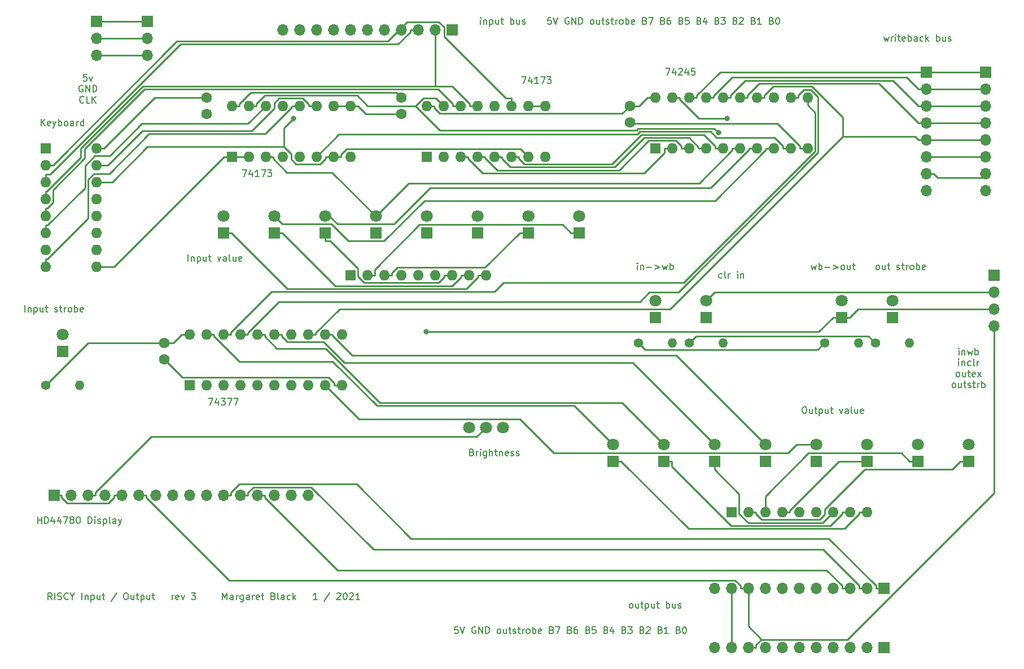
<source format=gbr>
%TF.GenerationSoftware,KiCad,Pcbnew,5.1.6-c6e7f7d~87~ubuntu16.04.1*%
%TF.CreationDate,2022-03-08T12:55:19-05:00*%
%TF.ProjectId,riscy_io,72697363-795f-4696-9f2e-6b696361645f,rev?*%
%TF.SameCoordinates,Original*%
%TF.FileFunction,Copper,L1,Top*%
%TF.FilePolarity,Positive*%
%FSLAX46Y46*%
G04 Gerber Fmt 4.6, Leading zero omitted, Abs format (unit mm)*
G04 Created by KiCad (PCBNEW 5.1.6-c6e7f7d~87~ubuntu16.04.1) date 2022-03-08 12:55:19*
%MOMM*%
%LPD*%
G01*
G04 APERTURE LIST*
%TA.AperFunction,NonConductor*%
%ADD10C,0.150000*%
%TD*%
%TA.AperFunction,ComponentPad*%
%ADD11O,1.700000X1.700000*%
%TD*%
%TA.AperFunction,ComponentPad*%
%ADD12R,1.700000X1.700000*%
%TD*%
%TA.AperFunction,ComponentPad*%
%ADD13O,1.600000X1.600000*%
%TD*%
%TA.AperFunction,ComponentPad*%
%ADD14R,1.600000X1.600000*%
%TD*%
%TA.AperFunction,ComponentPad*%
%ADD15C,1.800000*%
%TD*%
%TA.AperFunction,ComponentPad*%
%ADD16O,1.400000X1.400000*%
%TD*%
%TA.AperFunction,ComponentPad*%
%ADD17C,1.400000*%
%TD*%
%TA.AperFunction,ComponentPad*%
%ADD18R,1.800000X1.800000*%
%TD*%
%TA.AperFunction,ComponentPad*%
%ADD19C,1.600000*%
%TD*%
%TA.AperFunction,ViaPad*%
%ADD20C,0.800000*%
%TD*%
%TA.AperFunction,Conductor*%
%ADD21C,0.250000*%
%TD*%
G04 APERTURE END LIST*
D10*
X79662857Y-1992380D02*
X79186666Y-1992380D01*
X79139047Y-2468571D01*
X79186666Y-2420952D01*
X79281904Y-2373333D01*
X79520000Y-2373333D01*
X79615238Y-2420952D01*
X79662857Y-2468571D01*
X79710476Y-2563809D01*
X79710476Y-2801904D01*
X79662857Y-2897142D01*
X79615238Y-2944761D01*
X79520000Y-2992380D01*
X79281904Y-2992380D01*
X79186666Y-2944761D01*
X79139047Y-2897142D01*
X79996190Y-1992380D02*
X80329523Y-2992380D01*
X80662857Y-1992380D01*
X82281904Y-2040000D02*
X82186666Y-1992380D01*
X82043809Y-1992380D01*
X81900952Y-2040000D01*
X81805714Y-2135238D01*
X81758095Y-2230476D01*
X81710476Y-2420952D01*
X81710476Y-2563809D01*
X81758095Y-2754285D01*
X81805714Y-2849523D01*
X81900952Y-2944761D01*
X82043809Y-2992380D01*
X82139047Y-2992380D01*
X82281904Y-2944761D01*
X82329523Y-2897142D01*
X82329523Y-2563809D01*
X82139047Y-2563809D01*
X82758095Y-2992380D02*
X82758095Y-1992380D01*
X83329523Y-2992380D01*
X83329523Y-1992380D01*
X83805714Y-2992380D02*
X83805714Y-1992380D01*
X84043809Y-1992380D01*
X84186666Y-2040000D01*
X84281904Y-2135238D01*
X84329523Y-2230476D01*
X84377142Y-2420952D01*
X84377142Y-2563809D01*
X84329523Y-2754285D01*
X84281904Y-2849523D01*
X84186666Y-2944761D01*
X84043809Y-2992380D01*
X83805714Y-2992380D01*
X85710476Y-2992380D02*
X85615238Y-2944761D01*
X85567619Y-2897142D01*
X85520000Y-2801904D01*
X85520000Y-2516190D01*
X85567619Y-2420952D01*
X85615238Y-2373333D01*
X85710476Y-2325714D01*
X85853333Y-2325714D01*
X85948571Y-2373333D01*
X85996190Y-2420952D01*
X86043809Y-2516190D01*
X86043809Y-2801904D01*
X85996190Y-2897142D01*
X85948571Y-2944761D01*
X85853333Y-2992380D01*
X85710476Y-2992380D01*
X86900952Y-2325714D02*
X86900952Y-2992380D01*
X86472380Y-2325714D02*
X86472380Y-2849523D01*
X86520000Y-2944761D01*
X86615238Y-2992380D01*
X86758095Y-2992380D01*
X86853333Y-2944761D01*
X86900952Y-2897142D01*
X87234285Y-2325714D02*
X87615238Y-2325714D01*
X87377142Y-1992380D02*
X87377142Y-2849523D01*
X87424761Y-2944761D01*
X87520000Y-2992380D01*
X87615238Y-2992380D01*
X87900952Y-2944761D02*
X87996190Y-2992380D01*
X88186666Y-2992380D01*
X88281904Y-2944761D01*
X88329523Y-2849523D01*
X88329523Y-2801904D01*
X88281904Y-2706666D01*
X88186666Y-2659047D01*
X88043809Y-2659047D01*
X87948571Y-2611428D01*
X87900952Y-2516190D01*
X87900952Y-2468571D01*
X87948571Y-2373333D01*
X88043809Y-2325714D01*
X88186666Y-2325714D01*
X88281904Y-2373333D01*
X88615238Y-2325714D02*
X88996190Y-2325714D01*
X88758095Y-1992380D02*
X88758095Y-2849523D01*
X88805714Y-2944761D01*
X88900952Y-2992380D01*
X88996190Y-2992380D01*
X89329523Y-2992380D02*
X89329523Y-2325714D01*
X89329523Y-2516190D02*
X89377142Y-2420952D01*
X89424761Y-2373333D01*
X89520000Y-2325714D01*
X89615238Y-2325714D01*
X90091428Y-2992380D02*
X89996190Y-2944761D01*
X89948571Y-2897142D01*
X89900952Y-2801904D01*
X89900952Y-2516190D01*
X89948571Y-2420952D01*
X89996190Y-2373333D01*
X90091428Y-2325714D01*
X90234285Y-2325714D01*
X90329523Y-2373333D01*
X90377142Y-2420952D01*
X90424761Y-2516190D01*
X90424761Y-2801904D01*
X90377142Y-2897142D01*
X90329523Y-2944761D01*
X90234285Y-2992380D01*
X90091428Y-2992380D01*
X90853333Y-2992380D02*
X90853333Y-1992380D01*
X90853333Y-2373333D02*
X90948571Y-2325714D01*
X91139047Y-2325714D01*
X91234285Y-2373333D01*
X91281904Y-2420952D01*
X91329523Y-2516190D01*
X91329523Y-2801904D01*
X91281904Y-2897142D01*
X91234285Y-2944761D01*
X91139047Y-2992380D01*
X90948571Y-2992380D01*
X90853333Y-2944761D01*
X92139047Y-2944761D02*
X92043809Y-2992380D01*
X91853333Y-2992380D01*
X91758095Y-2944761D01*
X91710476Y-2849523D01*
X91710476Y-2468571D01*
X91758095Y-2373333D01*
X91853333Y-2325714D01*
X92043809Y-2325714D01*
X92139047Y-2373333D01*
X92186666Y-2468571D01*
X92186666Y-2563809D01*
X91710476Y-2659047D01*
X93710476Y-2468571D02*
X93853333Y-2516190D01*
X93900952Y-2563809D01*
X93948571Y-2659047D01*
X93948571Y-2801904D01*
X93900952Y-2897142D01*
X93853333Y-2944761D01*
X93758095Y-2992380D01*
X93377142Y-2992380D01*
X93377142Y-1992380D01*
X93710476Y-1992380D01*
X93805714Y-2040000D01*
X93853333Y-2087619D01*
X93900952Y-2182857D01*
X93900952Y-2278095D01*
X93853333Y-2373333D01*
X93805714Y-2420952D01*
X93710476Y-2468571D01*
X93377142Y-2468571D01*
X94281904Y-1992380D02*
X94948571Y-1992380D01*
X94520000Y-2992380D01*
X96424761Y-2468571D02*
X96567619Y-2516190D01*
X96615238Y-2563809D01*
X96662857Y-2659047D01*
X96662857Y-2801904D01*
X96615238Y-2897142D01*
X96567619Y-2944761D01*
X96472380Y-2992380D01*
X96091428Y-2992380D01*
X96091428Y-1992380D01*
X96424761Y-1992380D01*
X96520000Y-2040000D01*
X96567619Y-2087619D01*
X96615238Y-2182857D01*
X96615238Y-2278095D01*
X96567619Y-2373333D01*
X96520000Y-2420952D01*
X96424761Y-2468571D01*
X96091428Y-2468571D01*
X97520000Y-1992380D02*
X97329523Y-1992380D01*
X97234285Y-2040000D01*
X97186666Y-2087619D01*
X97091428Y-2230476D01*
X97043809Y-2420952D01*
X97043809Y-2801904D01*
X97091428Y-2897142D01*
X97139047Y-2944761D01*
X97234285Y-2992380D01*
X97424761Y-2992380D01*
X97520000Y-2944761D01*
X97567619Y-2897142D01*
X97615238Y-2801904D01*
X97615238Y-2563809D01*
X97567619Y-2468571D01*
X97520000Y-2420952D01*
X97424761Y-2373333D01*
X97234285Y-2373333D01*
X97139047Y-2420952D01*
X97091428Y-2468571D01*
X97043809Y-2563809D01*
X99139047Y-2468571D02*
X99281904Y-2516190D01*
X99329523Y-2563809D01*
X99377142Y-2659047D01*
X99377142Y-2801904D01*
X99329523Y-2897142D01*
X99281904Y-2944761D01*
X99186666Y-2992380D01*
X98805714Y-2992380D01*
X98805714Y-1992380D01*
X99139047Y-1992380D01*
X99234285Y-2040000D01*
X99281904Y-2087619D01*
X99329523Y-2182857D01*
X99329523Y-2278095D01*
X99281904Y-2373333D01*
X99234285Y-2420952D01*
X99139047Y-2468571D01*
X98805714Y-2468571D01*
X100281904Y-1992380D02*
X99805714Y-1992380D01*
X99758095Y-2468571D01*
X99805714Y-2420952D01*
X99900952Y-2373333D01*
X100139047Y-2373333D01*
X100234285Y-2420952D01*
X100281904Y-2468571D01*
X100329523Y-2563809D01*
X100329523Y-2801904D01*
X100281904Y-2897142D01*
X100234285Y-2944761D01*
X100139047Y-2992380D01*
X99900952Y-2992380D01*
X99805714Y-2944761D01*
X99758095Y-2897142D01*
X101853333Y-2468571D02*
X101996190Y-2516190D01*
X102043809Y-2563809D01*
X102091428Y-2659047D01*
X102091428Y-2801904D01*
X102043809Y-2897142D01*
X101996190Y-2944761D01*
X101900952Y-2992380D01*
X101520000Y-2992380D01*
X101520000Y-1992380D01*
X101853333Y-1992380D01*
X101948571Y-2040000D01*
X101996190Y-2087619D01*
X102043809Y-2182857D01*
X102043809Y-2278095D01*
X101996190Y-2373333D01*
X101948571Y-2420952D01*
X101853333Y-2468571D01*
X101520000Y-2468571D01*
X102948571Y-2325714D02*
X102948571Y-2992380D01*
X102710476Y-1944761D02*
X102472380Y-2659047D01*
X103091428Y-2659047D01*
X104567619Y-2468571D02*
X104710476Y-2516190D01*
X104758095Y-2563809D01*
X104805714Y-2659047D01*
X104805714Y-2801904D01*
X104758095Y-2897142D01*
X104710476Y-2944761D01*
X104615238Y-2992380D01*
X104234285Y-2992380D01*
X104234285Y-1992380D01*
X104567619Y-1992380D01*
X104662857Y-2040000D01*
X104710476Y-2087619D01*
X104758095Y-2182857D01*
X104758095Y-2278095D01*
X104710476Y-2373333D01*
X104662857Y-2420952D01*
X104567619Y-2468571D01*
X104234285Y-2468571D01*
X105139047Y-1992380D02*
X105758095Y-1992380D01*
X105424761Y-2373333D01*
X105567619Y-2373333D01*
X105662857Y-2420952D01*
X105710476Y-2468571D01*
X105758095Y-2563809D01*
X105758095Y-2801904D01*
X105710476Y-2897142D01*
X105662857Y-2944761D01*
X105567619Y-2992380D01*
X105281904Y-2992380D01*
X105186666Y-2944761D01*
X105139047Y-2897142D01*
X107281904Y-2468571D02*
X107424761Y-2516190D01*
X107472380Y-2563809D01*
X107520000Y-2659047D01*
X107520000Y-2801904D01*
X107472380Y-2897142D01*
X107424761Y-2944761D01*
X107329523Y-2992380D01*
X106948571Y-2992380D01*
X106948571Y-1992380D01*
X107281904Y-1992380D01*
X107377142Y-2040000D01*
X107424761Y-2087619D01*
X107472380Y-2182857D01*
X107472380Y-2278095D01*
X107424761Y-2373333D01*
X107377142Y-2420952D01*
X107281904Y-2468571D01*
X106948571Y-2468571D01*
X107900952Y-2087619D02*
X107948571Y-2040000D01*
X108043809Y-1992380D01*
X108281904Y-1992380D01*
X108377142Y-2040000D01*
X108424761Y-2087619D01*
X108472380Y-2182857D01*
X108472380Y-2278095D01*
X108424761Y-2420952D01*
X107853333Y-2992380D01*
X108472380Y-2992380D01*
X109996190Y-2468571D02*
X110139047Y-2516190D01*
X110186666Y-2563809D01*
X110234285Y-2659047D01*
X110234285Y-2801904D01*
X110186666Y-2897142D01*
X110139047Y-2944761D01*
X110043809Y-2992380D01*
X109662857Y-2992380D01*
X109662857Y-1992380D01*
X109996190Y-1992380D01*
X110091428Y-2040000D01*
X110139047Y-2087619D01*
X110186666Y-2182857D01*
X110186666Y-2278095D01*
X110139047Y-2373333D01*
X110091428Y-2420952D01*
X109996190Y-2468571D01*
X109662857Y-2468571D01*
X111186666Y-2992380D02*
X110615238Y-2992380D01*
X110900952Y-2992380D02*
X110900952Y-1992380D01*
X110805714Y-2135238D01*
X110710476Y-2230476D01*
X110615238Y-2278095D01*
X112710476Y-2468571D02*
X112853333Y-2516190D01*
X112900952Y-2563809D01*
X112948571Y-2659047D01*
X112948571Y-2801904D01*
X112900952Y-2897142D01*
X112853333Y-2944761D01*
X112758095Y-2992380D01*
X112377142Y-2992380D01*
X112377142Y-1992380D01*
X112710476Y-1992380D01*
X112805714Y-2040000D01*
X112853333Y-2087619D01*
X112900952Y-2182857D01*
X112900952Y-2278095D01*
X112853333Y-2373333D01*
X112805714Y-2420952D01*
X112710476Y-2468571D01*
X112377142Y-2468571D01*
X113567619Y-1992380D02*
X113662857Y-1992380D01*
X113758095Y-2040000D01*
X113805714Y-2087619D01*
X113853333Y-2182857D01*
X113900952Y-2373333D01*
X113900952Y-2611428D01*
X113853333Y-2801904D01*
X113805714Y-2897142D01*
X113758095Y-2944761D01*
X113662857Y-2992380D01*
X113567619Y-2992380D01*
X113472380Y-2944761D01*
X113424761Y-2897142D01*
X113377142Y-2801904D01*
X113329523Y-2611428D01*
X113329523Y-2373333D01*
X113377142Y-2182857D01*
X113424761Y-2087619D01*
X113472380Y-2040000D01*
X113567619Y-1992380D01*
X65692857Y-93432380D02*
X65216666Y-93432380D01*
X65169047Y-93908571D01*
X65216666Y-93860952D01*
X65311904Y-93813333D01*
X65550000Y-93813333D01*
X65645238Y-93860952D01*
X65692857Y-93908571D01*
X65740476Y-94003809D01*
X65740476Y-94241904D01*
X65692857Y-94337142D01*
X65645238Y-94384761D01*
X65550000Y-94432380D01*
X65311904Y-94432380D01*
X65216666Y-94384761D01*
X65169047Y-94337142D01*
X66026190Y-93432380D02*
X66359523Y-94432380D01*
X66692857Y-93432380D01*
X68311904Y-93480000D02*
X68216666Y-93432380D01*
X68073809Y-93432380D01*
X67930952Y-93480000D01*
X67835714Y-93575238D01*
X67788095Y-93670476D01*
X67740476Y-93860952D01*
X67740476Y-94003809D01*
X67788095Y-94194285D01*
X67835714Y-94289523D01*
X67930952Y-94384761D01*
X68073809Y-94432380D01*
X68169047Y-94432380D01*
X68311904Y-94384761D01*
X68359523Y-94337142D01*
X68359523Y-94003809D01*
X68169047Y-94003809D01*
X68788095Y-94432380D02*
X68788095Y-93432380D01*
X69359523Y-94432380D01*
X69359523Y-93432380D01*
X69835714Y-94432380D02*
X69835714Y-93432380D01*
X70073809Y-93432380D01*
X70216666Y-93480000D01*
X70311904Y-93575238D01*
X70359523Y-93670476D01*
X70407142Y-93860952D01*
X70407142Y-94003809D01*
X70359523Y-94194285D01*
X70311904Y-94289523D01*
X70216666Y-94384761D01*
X70073809Y-94432380D01*
X69835714Y-94432380D01*
X71740476Y-94432380D02*
X71645238Y-94384761D01*
X71597619Y-94337142D01*
X71550000Y-94241904D01*
X71550000Y-93956190D01*
X71597619Y-93860952D01*
X71645238Y-93813333D01*
X71740476Y-93765714D01*
X71883333Y-93765714D01*
X71978571Y-93813333D01*
X72026190Y-93860952D01*
X72073809Y-93956190D01*
X72073809Y-94241904D01*
X72026190Y-94337142D01*
X71978571Y-94384761D01*
X71883333Y-94432380D01*
X71740476Y-94432380D01*
X72930952Y-93765714D02*
X72930952Y-94432380D01*
X72502380Y-93765714D02*
X72502380Y-94289523D01*
X72550000Y-94384761D01*
X72645238Y-94432380D01*
X72788095Y-94432380D01*
X72883333Y-94384761D01*
X72930952Y-94337142D01*
X73264285Y-93765714D02*
X73645238Y-93765714D01*
X73407142Y-93432380D02*
X73407142Y-94289523D01*
X73454761Y-94384761D01*
X73550000Y-94432380D01*
X73645238Y-94432380D01*
X73930952Y-94384761D02*
X74026190Y-94432380D01*
X74216666Y-94432380D01*
X74311904Y-94384761D01*
X74359523Y-94289523D01*
X74359523Y-94241904D01*
X74311904Y-94146666D01*
X74216666Y-94099047D01*
X74073809Y-94099047D01*
X73978571Y-94051428D01*
X73930952Y-93956190D01*
X73930952Y-93908571D01*
X73978571Y-93813333D01*
X74073809Y-93765714D01*
X74216666Y-93765714D01*
X74311904Y-93813333D01*
X74645238Y-93765714D02*
X75026190Y-93765714D01*
X74788095Y-93432380D02*
X74788095Y-94289523D01*
X74835714Y-94384761D01*
X74930952Y-94432380D01*
X75026190Y-94432380D01*
X75359523Y-94432380D02*
X75359523Y-93765714D01*
X75359523Y-93956190D02*
X75407142Y-93860952D01*
X75454761Y-93813333D01*
X75550000Y-93765714D01*
X75645238Y-93765714D01*
X76121428Y-94432380D02*
X76026190Y-94384761D01*
X75978571Y-94337142D01*
X75930952Y-94241904D01*
X75930952Y-93956190D01*
X75978571Y-93860952D01*
X76026190Y-93813333D01*
X76121428Y-93765714D01*
X76264285Y-93765714D01*
X76359523Y-93813333D01*
X76407142Y-93860952D01*
X76454761Y-93956190D01*
X76454761Y-94241904D01*
X76407142Y-94337142D01*
X76359523Y-94384761D01*
X76264285Y-94432380D01*
X76121428Y-94432380D01*
X76883333Y-94432380D02*
X76883333Y-93432380D01*
X76883333Y-93813333D02*
X76978571Y-93765714D01*
X77169047Y-93765714D01*
X77264285Y-93813333D01*
X77311904Y-93860952D01*
X77359523Y-93956190D01*
X77359523Y-94241904D01*
X77311904Y-94337142D01*
X77264285Y-94384761D01*
X77169047Y-94432380D01*
X76978571Y-94432380D01*
X76883333Y-94384761D01*
X78169047Y-94384761D02*
X78073809Y-94432380D01*
X77883333Y-94432380D01*
X77788095Y-94384761D01*
X77740476Y-94289523D01*
X77740476Y-93908571D01*
X77788095Y-93813333D01*
X77883333Y-93765714D01*
X78073809Y-93765714D01*
X78169047Y-93813333D01*
X78216666Y-93908571D01*
X78216666Y-94003809D01*
X77740476Y-94099047D01*
X79740476Y-93908571D02*
X79883333Y-93956190D01*
X79930952Y-94003809D01*
X79978571Y-94099047D01*
X79978571Y-94241904D01*
X79930952Y-94337142D01*
X79883333Y-94384761D01*
X79788095Y-94432380D01*
X79407142Y-94432380D01*
X79407142Y-93432380D01*
X79740476Y-93432380D01*
X79835714Y-93480000D01*
X79883333Y-93527619D01*
X79930952Y-93622857D01*
X79930952Y-93718095D01*
X79883333Y-93813333D01*
X79835714Y-93860952D01*
X79740476Y-93908571D01*
X79407142Y-93908571D01*
X80311904Y-93432380D02*
X80978571Y-93432380D01*
X80550000Y-94432380D01*
X82454761Y-93908571D02*
X82597619Y-93956190D01*
X82645238Y-94003809D01*
X82692857Y-94099047D01*
X82692857Y-94241904D01*
X82645238Y-94337142D01*
X82597619Y-94384761D01*
X82502380Y-94432380D01*
X82121428Y-94432380D01*
X82121428Y-93432380D01*
X82454761Y-93432380D01*
X82550000Y-93480000D01*
X82597619Y-93527619D01*
X82645238Y-93622857D01*
X82645238Y-93718095D01*
X82597619Y-93813333D01*
X82550000Y-93860952D01*
X82454761Y-93908571D01*
X82121428Y-93908571D01*
X83550000Y-93432380D02*
X83359523Y-93432380D01*
X83264285Y-93480000D01*
X83216666Y-93527619D01*
X83121428Y-93670476D01*
X83073809Y-93860952D01*
X83073809Y-94241904D01*
X83121428Y-94337142D01*
X83169047Y-94384761D01*
X83264285Y-94432380D01*
X83454761Y-94432380D01*
X83550000Y-94384761D01*
X83597619Y-94337142D01*
X83645238Y-94241904D01*
X83645238Y-94003809D01*
X83597619Y-93908571D01*
X83550000Y-93860952D01*
X83454761Y-93813333D01*
X83264285Y-93813333D01*
X83169047Y-93860952D01*
X83121428Y-93908571D01*
X83073809Y-94003809D01*
X85169047Y-93908571D02*
X85311904Y-93956190D01*
X85359523Y-94003809D01*
X85407142Y-94099047D01*
X85407142Y-94241904D01*
X85359523Y-94337142D01*
X85311904Y-94384761D01*
X85216666Y-94432380D01*
X84835714Y-94432380D01*
X84835714Y-93432380D01*
X85169047Y-93432380D01*
X85264285Y-93480000D01*
X85311904Y-93527619D01*
X85359523Y-93622857D01*
X85359523Y-93718095D01*
X85311904Y-93813333D01*
X85264285Y-93860952D01*
X85169047Y-93908571D01*
X84835714Y-93908571D01*
X86311904Y-93432380D02*
X85835714Y-93432380D01*
X85788095Y-93908571D01*
X85835714Y-93860952D01*
X85930952Y-93813333D01*
X86169047Y-93813333D01*
X86264285Y-93860952D01*
X86311904Y-93908571D01*
X86359523Y-94003809D01*
X86359523Y-94241904D01*
X86311904Y-94337142D01*
X86264285Y-94384761D01*
X86169047Y-94432380D01*
X85930952Y-94432380D01*
X85835714Y-94384761D01*
X85788095Y-94337142D01*
X87883333Y-93908571D02*
X88026190Y-93956190D01*
X88073809Y-94003809D01*
X88121428Y-94099047D01*
X88121428Y-94241904D01*
X88073809Y-94337142D01*
X88026190Y-94384761D01*
X87930952Y-94432380D01*
X87550000Y-94432380D01*
X87550000Y-93432380D01*
X87883333Y-93432380D01*
X87978571Y-93480000D01*
X88026190Y-93527619D01*
X88073809Y-93622857D01*
X88073809Y-93718095D01*
X88026190Y-93813333D01*
X87978571Y-93860952D01*
X87883333Y-93908571D01*
X87550000Y-93908571D01*
X88978571Y-93765714D02*
X88978571Y-94432380D01*
X88740476Y-93384761D02*
X88502380Y-94099047D01*
X89121428Y-94099047D01*
X90597619Y-93908571D02*
X90740476Y-93956190D01*
X90788095Y-94003809D01*
X90835714Y-94099047D01*
X90835714Y-94241904D01*
X90788095Y-94337142D01*
X90740476Y-94384761D01*
X90645238Y-94432380D01*
X90264285Y-94432380D01*
X90264285Y-93432380D01*
X90597619Y-93432380D01*
X90692857Y-93480000D01*
X90740476Y-93527619D01*
X90788095Y-93622857D01*
X90788095Y-93718095D01*
X90740476Y-93813333D01*
X90692857Y-93860952D01*
X90597619Y-93908571D01*
X90264285Y-93908571D01*
X91169047Y-93432380D02*
X91788095Y-93432380D01*
X91454761Y-93813333D01*
X91597619Y-93813333D01*
X91692857Y-93860952D01*
X91740476Y-93908571D01*
X91788095Y-94003809D01*
X91788095Y-94241904D01*
X91740476Y-94337142D01*
X91692857Y-94384761D01*
X91597619Y-94432380D01*
X91311904Y-94432380D01*
X91216666Y-94384761D01*
X91169047Y-94337142D01*
X93311904Y-93908571D02*
X93454761Y-93956190D01*
X93502380Y-94003809D01*
X93550000Y-94099047D01*
X93550000Y-94241904D01*
X93502380Y-94337142D01*
X93454761Y-94384761D01*
X93359523Y-94432380D01*
X92978571Y-94432380D01*
X92978571Y-93432380D01*
X93311904Y-93432380D01*
X93407142Y-93480000D01*
X93454761Y-93527619D01*
X93502380Y-93622857D01*
X93502380Y-93718095D01*
X93454761Y-93813333D01*
X93407142Y-93860952D01*
X93311904Y-93908571D01*
X92978571Y-93908571D01*
X93930952Y-93527619D02*
X93978571Y-93480000D01*
X94073809Y-93432380D01*
X94311904Y-93432380D01*
X94407142Y-93480000D01*
X94454761Y-93527619D01*
X94502380Y-93622857D01*
X94502380Y-93718095D01*
X94454761Y-93860952D01*
X93883333Y-94432380D01*
X94502380Y-94432380D01*
X96026190Y-93908571D02*
X96169047Y-93956190D01*
X96216666Y-94003809D01*
X96264285Y-94099047D01*
X96264285Y-94241904D01*
X96216666Y-94337142D01*
X96169047Y-94384761D01*
X96073809Y-94432380D01*
X95692857Y-94432380D01*
X95692857Y-93432380D01*
X96026190Y-93432380D01*
X96121428Y-93480000D01*
X96169047Y-93527619D01*
X96216666Y-93622857D01*
X96216666Y-93718095D01*
X96169047Y-93813333D01*
X96121428Y-93860952D01*
X96026190Y-93908571D01*
X95692857Y-93908571D01*
X97216666Y-94432380D02*
X96645238Y-94432380D01*
X96930952Y-94432380D02*
X96930952Y-93432380D01*
X96835714Y-93575238D01*
X96740476Y-93670476D01*
X96645238Y-93718095D01*
X98740476Y-93908571D02*
X98883333Y-93956190D01*
X98930952Y-94003809D01*
X98978571Y-94099047D01*
X98978571Y-94241904D01*
X98930952Y-94337142D01*
X98883333Y-94384761D01*
X98788095Y-94432380D01*
X98407142Y-94432380D01*
X98407142Y-93432380D01*
X98740476Y-93432380D01*
X98835714Y-93480000D01*
X98883333Y-93527619D01*
X98930952Y-93622857D01*
X98930952Y-93718095D01*
X98883333Y-93813333D01*
X98835714Y-93860952D01*
X98740476Y-93908571D01*
X98407142Y-93908571D01*
X99597619Y-93432380D02*
X99692857Y-93432380D01*
X99788095Y-93480000D01*
X99835714Y-93527619D01*
X99883333Y-93622857D01*
X99930952Y-93813333D01*
X99930952Y-94051428D01*
X99883333Y-94241904D01*
X99835714Y-94337142D01*
X99788095Y-94384761D01*
X99692857Y-94432380D01*
X99597619Y-94432380D01*
X99502380Y-94384761D01*
X99454761Y-94337142D01*
X99407142Y-94241904D01*
X99359523Y-94051428D01*
X99359523Y-93813333D01*
X99407142Y-93622857D01*
X99454761Y-93527619D01*
X99502380Y-93480000D01*
X99597619Y-93432380D01*
X69056666Y-2992380D02*
X69056666Y-2325714D01*
X69056666Y-1992380D02*
X69009047Y-2040000D01*
X69056666Y-2087619D01*
X69104285Y-2040000D01*
X69056666Y-1992380D01*
X69056666Y-2087619D01*
X69532857Y-2325714D02*
X69532857Y-2992380D01*
X69532857Y-2420952D02*
X69580476Y-2373333D01*
X69675714Y-2325714D01*
X69818571Y-2325714D01*
X69913809Y-2373333D01*
X69961428Y-2468571D01*
X69961428Y-2992380D01*
X70437619Y-2325714D02*
X70437619Y-3325714D01*
X70437619Y-2373333D02*
X70532857Y-2325714D01*
X70723333Y-2325714D01*
X70818571Y-2373333D01*
X70866190Y-2420952D01*
X70913809Y-2516190D01*
X70913809Y-2801904D01*
X70866190Y-2897142D01*
X70818571Y-2944761D01*
X70723333Y-2992380D01*
X70532857Y-2992380D01*
X70437619Y-2944761D01*
X71770952Y-2325714D02*
X71770952Y-2992380D01*
X71342380Y-2325714D02*
X71342380Y-2849523D01*
X71390000Y-2944761D01*
X71485238Y-2992380D01*
X71628095Y-2992380D01*
X71723333Y-2944761D01*
X71770952Y-2897142D01*
X72104285Y-2325714D02*
X72485238Y-2325714D01*
X72247142Y-1992380D02*
X72247142Y-2849523D01*
X72294761Y-2944761D01*
X72390000Y-2992380D01*
X72485238Y-2992380D01*
X73580476Y-2992380D02*
X73580476Y-1992380D01*
X73580476Y-2373333D02*
X73675714Y-2325714D01*
X73866190Y-2325714D01*
X73961428Y-2373333D01*
X74009047Y-2420952D01*
X74056666Y-2516190D01*
X74056666Y-2801904D01*
X74009047Y-2897142D01*
X73961428Y-2944761D01*
X73866190Y-2992380D01*
X73675714Y-2992380D01*
X73580476Y-2944761D01*
X74913809Y-2325714D02*
X74913809Y-2992380D01*
X74485238Y-2325714D02*
X74485238Y-2849523D01*
X74532857Y-2944761D01*
X74628095Y-2992380D01*
X74770952Y-2992380D01*
X74866190Y-2944761D01*
X74913809Y-2897142D01*
X75342380Y-2944761D02*
X75437619Y-2992380D01*
X75628095Y-2992380D01*
X75723333Y-2944761D01*
X75770952Y-2849523D01*
X75770952Y-2801904D01*
X75723333Y-2706666D01*
X75628095Y-2659047D01*
X75485238Y-2659047D01*
X75390000Y-2611428D01*
X75342380Y-2516190D01*
X75342380Y-2468571D01*
X75390000Y-2373333D01*
X75485238Y-2325714D01*
X75628095Y-2325714D01*
X75723333Y-2373333D01*
X91559523Y-90622380D02*
X91464285Y-90574761D01*
X91416666Y-90527142D01*
X91369047Y-90431904D01*
X91369047Y-90146190D01*
X91416666Y-90050952D01*
X91464285Y-90003333D01*
X91559523Y-89955714D01*
X91702380Y-89955714D01*
X91797619Y-90003333D01*
X91845238Y-90050952D01*
X91892857Y-90146190D01*
X91892857Y-90431904D01*
X91845238Y-90527142D01*
X91797619Y-90574761D01*
X91702380Y-90622380D01*
X91559523Y-90622380D01*
X92750000Y-89955714D02*
X92750000Y-90622380D01*
X92321428Y-89955714D02*
X92321428Y-90479523D01*
X92369047Y-90574761D01*
X92464285Y-90622380D01*
X92607142Y-90622380D01*
X92702380Y-90574761D01*
X92750000Y-90527142D01*
X93083333Y-89955714D02*
X93464285Y-89955714D01*
X93226190Y-89622380D02*
X93226190Y-90479523D01*
X93273809Y-90574761D01*
X93369047Y-90622380D01*
X93464285Y-90622380D01*
X93797619Y-89955714D02*
X93797619Y-90955714D01*
X93797619Y-90003333D02*
X93892857Y-89955714D01*
X94083333Y-89955714D01*
X94178571Y-90003333D01*
X94226190Y-90050952D01*
X94273809Y-90146190D01*
X94273809Y-90431904D01*
X94226190Y-90527142D01*
X94178571Y-90574761D01*
X94083333Y-90622380D01*
X93892857Y-90622380D01*
X93797619Y-90574761D01*
X95130952Y-89955714D02*
X95130952Y-90622380D01*
X94702380Y-89955714D02*
X94702380Y-90479523D01*
X94750000Y-90574761D01*
X94845238Y-90622380D01*
X94988095Y-90622380D01*
X95083333Y-90574761D01*
X95130952Y-90527142D01*
X95464285Y-89955714D02*
X95845238Y-89955714D01*
X95607142Y-89622380D02*
X95607142Y-90479523D01*
X95654761Y-90574761D01*
X95750000Y-90622380D01*
X95845238Y-90622380D01*
X96940476Y-90622380D02*
X96940476Y-89622380D01*
X96940476Y-90003333D02*
X97035714Y-89955714D01*
X97226190Y-89955714D01*
X97321428Y-90003333D01*
X97369047Y-90050952D01*
X97416666Y-90146190D01*
X97416666Y-90431904D01*
X97369047Y-90527142D01*
X97321428Y-90574761D01*
X97226190Y-90622380D01*
X97035714Y-90622380D01*
X96940476Y-90574761D01*
X98273809Y-89955714D02*
X98273809Y-90622380D01*
X97845238Y-89955714D02*
X97845238Y-90479523D01*
X97892857Y-90574761D01*
X97988095Y-90622380D01*
X98130952Y-90622380D01*
X98226190Y-90574761D01*
X98273809Y-90527142D01*
X98702380Y-90574761D02*
X98797619Y-90622380D01*
X98988095Y-90622380D01*
X99083333Y-90574761D01*
X99130952Y-90479523D01*
X99130952Y-90431904D01*
X99083333Y-90336666D01*
X98988095Y-90289047D01*
X98845238Y-90289047D01*
X98750000Y-90241428D01*
X98702380Y-90146190D01*
X98702380Y-90098571D01*
X98750000Y-90003333D01*
X98845238Y-89955714D01*
X98988095Y-89955714D01*
X99083333Y-90003333D01*
X140811428Y-52587380D02*
X140811428Y-51920714D01*
X140811428Y-51587380D02*
X140763809Y-51635000D01*
X140811428Y-51682619D01*
X140859047Y-51635000D01*
X140811428Y-51587380D01*
X140811428Y-51682619D01*
X141287619Y-51920714D02*
X141287619Y-52587380D01*
X141287619Y-52015952D02*
X141335238Y-51968333D01*
X141430476Y-51920714D01*
X141573333Y-51920714D01*
X141668571Y-51968333D01*
X141716190Y-52063571D01*
X141716190Y-52587380D01*
X142097142Y-51920714D02*
X142287619Y-52587380D01*
X142478095Y-52111190D01*
X142668571Y-52587380D01*
X142859047Y-51920714D01*
X143240000Y-52587380D02*
X143240000Y-51587380D01*
X143240000Y-51968333D02*
X143335238Y-51920714D01*
X143525714Y-51920714D01*
X143620952Y-51968333D01*
X143668571Y-52015952D01*
X143716190Y-52111190D01*
X143716190Y-52396904D01*
X143668571Y-52492142D01*
X143620952Y-52539761D01*
X143525714Y-52587380D01*
X143335238Y-52587380D01*
X143240000Y-52539761D01*
X140787619Y-54237380D02*
X140787619Y-53570714D01*
X140787619Y-53237380D02*
X140740000Y-53285000D01*
X140787619Y-53332619D01*
X140835238Y-53285000D01*
X140787619Y-53237380D01*
X140787619Y-53332619D01*
X141263809Y-53570714D02*
X141263809Y-54237380D01*
X141263809Y-53665952D02*
X141311428Y-53618333D01*
X141406666Y-53570714D01*
X141549523Y-53570714D01*
X141644761Y-53618333D01*
X141692380Y-53713571D01*
X141692380Y-54237380D01*
X142597142Y-54189761D02*
X142501904Y-54237380D01*
X142311428Y-54237380D01*
X142216190Y-54189761D01*
X142168571Y-54142142D01*
X142120952Y-54046904D01*
X142120952Y-53761190D01*
X142168571Y-53665952D01*
X142216190Y-53618333D01*
X142311428Y-53570714D01*
X142501904Y-53570714D01*
X142597142Y-53618333D01*
X143168571Y-54237380D02*
X143073333Y-54189761D01*
X143025714Y-54094523D01*
X143025714Y-53237380D01*
X143549523Y-54237380D02*
X143549523Y-53570714D01*
X143549523Y-53761190D02*
X143597142Y-53665952D01*
X143644761Y-53618333D01*
X143740000Y-53570714D01*
X143835238Y-53570714D01*
X140597142Y-55887380D02*
X140501904Y-55839761D01*
X140454285Y-55792142D01*
X140406666Y-55696904D01*
X140406666Y-55411190D01*
X140454285Y-55315952D01*
X140501904Y-55268333D01*
X140597142Y-55220714D01*
X140740000Y-55220714D01*
X140835238Y-55268333D01*
X140882857Y-55315952D01*
X140930476Y-55411190D01*
X140930476Y-55696904D01*
X140882857Y-55792142D01*
X140835238Y-55839761D01*
X140740000Y-55887380D01*
X140597142Y-55887380D01*
X141787619Y-55220714D02*
X141787619Y-55887380D01*
X141359047Y-55220714D02*
X141359047Y-55744523D01*
X141406666Y-55839761D01*
X141501904Y-55887380D01*
X141644761Y-55887380D01*
X141740000Y-55839761D01*
X141787619Y-55792142D01*
X142120952Y-55220714D02*
X142501904Y-55220714D01*
X142263809Y-54887380D02*
X142263809Y-55744523D01*
X142311428Y-55839761D01*
X142406666Y-55887380D01*
X142501904Y-55887380D01*
X143216190Y-55839761D02*
X143120952Y-55887380D01*
X142930476Y-55887380D01*
X142835238Y-55839761D01*
X142787619Y-55744523D01*
X142787619Y-55363571D01*
X142835238Y-55268333D01*
X142930476Y-55220714D01*
X143120952Y-55220714D01*
X143216190Y-55268333D01*
X143263809Y-55363571D01*
X143263809Y-55458809D01*
X142787619Y-55554047D01*
X143597142Y-55887380D02*
X144120952Y-55220714D01*
X143597142Y-55220714D02*
X144120952Y-55887380D01*
X139978095Y-57537380D02*
X139882857Y-57489761D01*
X139835238Y-57442142D01*
X139787619Y-57346904D01*
X139787619Y-57061190D01*
X139835238Y-56965952D01*
X139882857Y-56918333D01*
X139978095Y-56870714D01*
X140120952Y-56870714D01*
X140216190Y-56918333D01*
X140263809Y-56965952D01*
X140311428Y-57061190D01*
X140311428Y-57346904D01*
X140263809Y-57442142D01*
X140216190Y-57489761D01*
X140120952Y-57537380D01*
X139978095Y-57537380D01*
X141168571Y-56870714D02*
X141168571Y-57537380D01*
X140740000Y-56870714D02*
X140740000Y-57394523D01*
X140787619Y-57489761D01*
X140882857Y-57537380D01*
X141025714Y-57537380D01*
X141120952Y-57489761D01*
X141168571Y-57442142D01*
X141501904Y-56870714D02*
X141882857Y-56870714D01*
X141644761Y-56537380D02*
X141644761Y-57394523D01*
X141692380Y-57489761D01*
X141787619Y-57537380D01*
X141882857Y-57537380D01*
X142168571Y-57489761D02*
X142263809Y-57537380D01*
X142454285Y-57537380D01*
X142549523Y-57489761D01*
X142597142Y-57394523D01*
X142597142Y-57346904D01*
X142549523Y-57251666D01*
X142454285Y-57204047D01*
X142311428Y-57204047D01*
X142216190Y-57156428D01*
X142168571Y-57061190D01*
X142168571Y-57013571D01*
X142216190Y-56918333D01*
X142311428Y-56870714D01*
X142454285Y-56870714D01*
X142549523Y-56918333D01*
X142882857Y-56870714D02*
X143263809Y-56870714D01*
X143025714Y-56537380D02*
X143025714Y-57394523D01*
X143073333Y-57489761D01*
X143168571Y-57537380D01*
X143263809Y-57537380D01*
X143597142Y-57537380D02*
X143597142Y-56870714D01*
X143597142Y-57061190D02*
X143644761Y-56965952D01*
X143692380Y-56918333D01*
X143787619Y-56870714D01*
X143882857Y-56870714D01*
X144216190Y-57537380D02*
X144216190Y-56537380D01*
X144216190Y-56918333D02*
X144311428Y-56870714D01*
X144501904Y-56870714D01*
X144597142Y-56918333D01*
X144644761Y-56965952D01*
X144692380Y-57061190D01*
X144692380Y-57346904D01*
X144644761Y-57442142D01*
X144597142Y-57489761D01*
X144501904Y-57537380D01*
X144311428Y-57537380D01*
X144216190Y-57489761D01*
X128556190Y-39822380D02*
X128460952Y-39774761D01*
X128413333Y-39727142D01*
X128365714Y-39631904D01*
X128365714Y-39346190D01*
X128413333Y-39250952D01*
X128460952Y-39203333D01*
X128556190Y-39155714D01*
X128699047Y-39155714D01*
X128794285Y-39203333D01*
X128841904Y-39250952D01*
X128889523Y-39346190D01*
X128889523Y-39631904D01*
X128841904Y-39727142D01*
X128794285Y-39774761D01*
X128699047Y-39822380D01*
X128556190Y-39822380D01*
X129746666Y-39155714D02*
X129746666Y-39822380D01*
X129318095Y-39155714D02*
X129318095Y-39679523D01*
X129365714Y-39774761D01*
X129460952Y-39822380D01*
X129603809Y-39822380D01*
X129699047Y-39774761D01*
X129746666Y-39727142D01*
X130080000Y-39155714D02*
X130460952Y-39155714D01*
X130222857Y-38822380D02*
X130222857Y-39679523D01*
X130270476Y-39774761D01*
X130365714Y-39822380D01*
X130460952Y-39822380D01*
X131508571Y-39774761D02*
X131603809Y-39822380D01*
X131794285Y-39822380D01*
X131889523Y-39774761D01*
X131937142Y-39679523D01*
X131937142Y-39631904D01*
X131889523Y-39536666D01*
X131794285Y-39489047D01*
X131651428Y-39489047D01*
X131556190Y-39441428D01*
X131508571Y-39346190D01*
X131508571Y-39298571D01*
X131556190Y-39203333D01*
X131651428Y-39155714D01*
X131794285Y-39155714D01*
X131889523Y-39203333D01*
X132222857Y-39155714D02*
X132603809Y-39155714D01*
X132365714Y-38822380D02*
X132365714Y-39679523D01*
X132413333Y-39774761D01*
X132508571Y-39822380D01*
X132603809Y-39822380D01*
X132937142Y-39822380D02*
X132937142Y-39155714D01*
X132937142Y-39346190D02*
X132984761Y-39250952D01*
X133032380Y-39203333D01*
X133127619Y-39155714D01*
X133222857Y-39155714D01*
X133699047Y-39822380D02*
X133603809Y-39774761D01*
X133556190Y-39727142D01*
X133508571Y-39631904D01*
X133508571Y-39346190D01*
X133556190Y-39250952D01*
X133603809Y-39203333D01*
X133699047Y-39155714D01*
X133841904Y-39155714D01*
X133937142Y-39203333D01*
X133984761Y-39250952D01*
X134032380Y-39346190D01*
X134032380Y-39631904D01*
X133984761Y-39727142D01*
X133937142Y-39774761D01*
X133841904Y-39822380D01*
X133699047Y-39822380D01*
X134460952Y-39822380D02*
X134460952Y-38822380D01*
X134460952Y-39203333D02*
X134556190Y-39155714D01*
X134746666Y-39155714D01*
X134841904Y-39203333D01*
X134889523Y-39250952D01*
X134937142Y-39346190D01*
X134937142Y-39631904D01*
X134889523Y-39727142D01*
X134841904Y-39774761D01*
X134746666Y-39822380D01*
X134556190Y-39822380D01*
X134460952Y-39774761D01*
X135746666Y-39774761D02*
X135651428Y-39822380D01*
X135460952Y-39822380D01*
X135365714Y-39774761D01*
X135318095Y-39679523D01*
X135318095Y-39298571D01*
X135365714Y-39203333D01*
X135460952Y-39155714D01*
X135651428Y-39155714D01*
X135746666Y-39203333D01*
X135794285Y-39298571D01*
X135794285Y-39393809D01*
X135318095Y-39489047D01*
X118658095Y-39155714D02*
X118848571Y-39822380D01*
X119039047Y-39346190D01*
X119229523Y-39822380D01*
X119420000Y-39155714D01*
X119800952Y-39822380D02*
X119800952Y-38822380D01*
X119800952Y-39203333D02*
X119896190Y-39155714D01*
X120086666Y-39155714D01*
X120181904Y-39203333D01*
X120229523Y-39250952D01*
X120277142Y-39346190D01*
X120277142Y-39631904D01*
X120229523Y-39727142D01*
X120181904Y-39774761D01*
X120086666Y-39822380D01*
X119896190Y-39822380D01*
X119800952Y-39774761D01*
X120705714Y-39441428D02*
X121467619Y-39441428D01*
X121943809Y-39155714D02*
X122705714Y-39441428D01*
X121943809Y-39727142D01*
X123324761Y-39822380D02*
X123229523Y-39774761D01*
X123181904Y-39727142D01*
X123134285Y-39631904D01*
X123134285Y-39346190D01*
X123181904Y-39250952D01*
X123229523Y-39203333D01*
X123324761Y-39155714D01*
X123467619Y-39155714D01*
X123562857Y-39203333D01*
X123610476Y-39250952D01*
X123658095Y-39346190D01*
X123658095Y-39631904D01*
X123610476Y-39727142D01*
X123562857Y-39774761D01*
X123467619Y-39822380D01*
X123324761Y-39822380D01*
X124515238Y-39155714D02*
X124515238Y-39822380D01*
X124086666Y-39155714D02*
X124086666Y-39679523D01*
X124134285Y-39774761D01*
X124229523Y-39822380D01*
X124372380Y-39822380D01*
X124467619Y-39774761D01*
X124515238Y-39727142D01*
X124848571Y-39155714D02*
X125229523Y-39155714D01*
X124991428Y-38822380D02*
X124991428Y-39679523D01*
X125039047Y-39774761D01*
X125134285Y-39822380D01*
X125229523Y-39822380D01*
X105275238Y-41044761D02*
X105180000Y-41092380D01*
X104989523Y-41092380D01*
X104894285Y-41044761D01*
X104846666Y-40997142D01*
X104799047Y-40901904D01*
X104799047Y-40616190D01*
X104846666Y-40520952D01*
X104894285Y-40473333D01*
X104989523Y-40425714D01*
X105180000Y-40425714D01*
X105275238Y-40473333D01*
X105846666Y-41092380D02*
X105751428Y-41044761D01*
X105703809Y-40949523D01*
X105703809Y-40092380D01*
X106227619Y-41092380D02*
X106227619Y-40425714D01*
X106227619Y-40616190D02*
X106275238Y-40520952D01*
X106322857Y-40473333D01*
X106418095Y-40425714D01*
X106513333Y-40425714D01*
X107608571Y-41092380D02*
X107608571Y-40425714D01*
X107608571Y-40092380D02*
X107560952Y-40140000D01*
X107608571Y-40187619D01*
X107656190Y-40140000D01*
X107608571Y-40092380D01*
X107608571Y-40187619D01*
X108084761Y-40425714D02*
X108084761Y-41092380D01*
X108084761Y-40520952D02*
X108132380Y-40473333D01*
X108227619Y-40425714D01*
X108370476Y-40425714D01*
X108465714Y-40473333D01*
X108513333Y-40568571D01*
X108513333Y-41092380D01*
X92583333Y-39822380D02*
X92583333Y-39155714D01*
X92583333Y-38822380D02*
X92535714Y-38870000D01*
X92583333Y-38917619D01*
X92630952Y-38870000D01*
X92583333Y-38822380D01*
X92583333Y-38917619D01*
X93059523Y-39155714D02*
X93059523Y-39822380D01*
X93059523Y-39250952D02*
X93107142Y-39203333D01*
X93202380Y-39155714D01*
X93345238Y-39155714D01*
X93440476Y-39203333D01*
X93488095Y-39298571D01*
X93488095Y-39822380D01*
X93964285Y-39441428D02*
X94726190Y-39441428D01*
X95202380Y-39155714D02*
X95964285Y-39441428D01*
X95202380Y-39727142D01*
X96345238Y-39155714D02*
X96535714Y-39822380D01*
X96726190Y-39346190D01*
X96916666Y-39822380D01*
X97107142Y-39155714D01*
X97488095Y-39822380D02*
X97488095Y-38822380D01*
X97488095Y-39203333D02*
X97583333Y-39155714D01*
X97773809Y-39155714D01*
X97869047Y-39203333D01*
X97916666Y-39250952D01*
X97964285Y-39346190D01*
X97964285Y-39631904D01*
X97916666Y-39727142D01*
X97869047Y-39774761D01*
X97773809Y-39822380D01*
X97583333Y-39822380D01*
X97488095Y-39774761D01*
X28241904Y-59142380D02*
X28908571Y-59142380D01*
X28480000Y-60142380D01*
X29718095Y-59475714D02*
X29718095Y-60142380D01*
X29480000Y-59094761D02*
X29241904Y-59809047D01*
X29860952Y-59809047D01*
X30146666Y-59142380D02*
X30765714Y-59142380D01*
X30432380Y-59523333D01*
X30575238Y-59523333D01*
X30670476Y-59570952D01*
X30718095Y-59618571D01*
X30765714Y-59713809D01*
X30765714Y-59951904D01*
X30718095Y-60047142D01*
X30670476Y-60094761D01*
X30575238Y-60142380D01*
X30289523Y-60142380D01*
X30194285Y-60094761D01*
X30146666Y-60047142D01*
X31099047Y-59142380D02*
X31765714Y-59142380D01*
X31337142Y-60142380D01*
X32051428Y-59142380D02*
X32718095Y-59142380D01*
X32289523Y-60142380D01*
X67762857Y-67238571D02*
X67905714Y-67286190D01*
X67953333Y-67333809D01*
X68000952Y-67429047D01*
X68000952Y-67571904D01*
X67953333Y-67667142D01*
X67905714Y-67714761D01*
X67810476Y-67762380D01*
X67429523Y-67762380D01*
X67429523Y-66762380D01*
X67762857Y-66762380D01*
X67858095Y-66810000D01*
X67905714Y-66857619D01*
X67953333Y-66952857D01*
X67953333Y-67048095D01*
X67905714Y-67143333D01*
X67858095Y-67190952D01*
X67762857Y-67238571D01*
X67429523Y-67238571D01*
X68429523Y-67762380D02*
X68429523Y-67095714D01*
X68429523Y-67286190D02*
X68477142Y-67190952D01*
X68524761Y-67143333D01*
X68620000Y-67095714D01*
X68715238Y-67095714D01*
X69048571Y-67762380D02*
X69048571Y-67095714D01*
X69048571Y-66762380D02*
X69000952Y-66810000D01*
X69048571Y-66857619D01*
X69096190Y-66810000D01*
X69048571Y-66762380D01*
X69048571Y-66857619D01*
X69953333Y-67095714D02*
X69953333Y-67905238D01*
X69905714Y-68000476D01*
X69858095Y-68048095D01*
X69762857Y-68095714D01*
X69620000Y-68095714D01*
X69524761Y-68048095D01*
X69953333Y-67714761D02*
X69858095Y-67762380D01*
X69667619Y-67762380D01*
X69572380Y-67714761D01*
X69524761Y-67667142D01*
X69477142Y-67571904D01*
X69477142Y-67286190D01*
X69524761Y-67190952D01*
X69572380Y-67143333D01*
X69667619Y-67095714D01*
X69858095Y-67095714D01*
X69953333Y-67143333D01*
X70429523Y-67762380D02*
X70429523Y-66762380D01*
X70858095Y-67762380D02*
X70858095Y-67238571D01*
X70810476Y-67143333D01*
X70715238Y-67095714D01*
X70572380Y-67095714D01*
X70477142Y-67143333D01*
X70429523Y-67190952D01*
X71191428Y-67095714D02*
X71572380Y-67095714D01*
X71334285Y-66762380D02*
X71334285Y-67619523D01*
X71381904Y-67714761D01*
X71477142Y-67762380D01*
X71572380Y-67762380D01*
X71905714Y-67095714D02*
X71905714Y-67762380D01*
X71905714Y-67190952D02*
X71953333Y-67143333D01*
X72048571Y-67095714D01*
X72191428Y-67095714D01*
X72286666Y-67143333D01*
X72334285Y-67238571D01*
X72334285Y-67762380D01*
X73191428Y-67714761D02*
X73096190Y-67762380D01*
X72905714Y-67762380D01*
X72810476Y-67714761D01*
X72762857Y-67619523D01*
X72762857Y-67238571D01*
X72810476Y-67143333D01*
X72905714Y-67095714D01*
X73096190Y-67095714D01*
X73191428Y-67143333D01*
X73239047Y-67238571D01*
X73239047Y-67333809D01*
X72762857Y-67429047D01*
X73620000Y-67714761D02*
X73715238Y-67762380D01*
X73905714Y-67762380D01*
X74000952Y-67714761D01*
X74048571Y-67619523D01*
X74048571Y-67571904D01*
X74000952Y-67476666D01*
X73905714Y-67429047D01*
X73762857Y-67429047D01*
X73667619Y-67381428D01*
X73620000Y-67286190D01*
X73620000Y-67238571D01*
X73667619Y-67143333D01*
X73762857Y-67095714D01*
X73905714Y-67095714D01*
X74000952Y-67143333D01*
X74429523Y-67714761D02*
X74524761Y-67762380D01*
X74715238Y-67762380D01*
X74810476Y-67714761D01*
X74858095Y-67619523D01*
X74858095Y-67571904D01*
X74810476Y-67476666D01*
X74715238Y-67429047D01*
X74572380Y-67429047D01*
X74477142Y-67381428D01*
X74429523Y-67286190D01*
X74429523Y-67238571D01*
X74477142Y-67143333D01*
X74572380Y-67095714D01*
X74715238Y-67095714D01*
X74810476Y-67143333D01*
X722857Y-46172380D02*
X722857Y-45172380D01*
X1199047Y-45505714D02*
X1199047Y-46172380D01*
X1199047Y-45600952D02*
X1246666Y-45553333D01*
X1341904Y-45505714D01*
X1484761Y-45505714D01*
X1579999Y-45553333D01*
X1627619Y-45648571D01*
X1627619Y-46172380D01*
X2103809Y-45505714D02*
X2103809Y-46505714D01*
X2103809Y-45553333D02*
X2199047Y-45505714D01*
X2389523Y-45505714D01*
X2484761Y-45553333D01*
X2532380Y-45600952D01*
X2579999Y-45696190D01*
X2579999Y-45981904D01*
X2532380Y-46077142D01*
X2484761Y-46124761D01*
X2389523Y-46172380D01*
X2199047Y-46172380D01*
X2103809Y-46124761D01*
X3437142Y-45505714D02*
X3437142Y-46172380D01*
X3008571Y-45505714D02*
X3008571Y-46029523D01*
X3056190Y-46124761D01*
X3151428Y-46172380D01*
X3294285Y-46172380D01*
X3389523Y-46124761D01*
X3437142Y-46077142D01*
X3770476Y-45505714D02*
X4151428Y-45505714D01*
X3913333Y-45172380D02*
X3913333Y-46029523D01*
X3960952Y-46124761D01*
X4056190Y-46172380D01*
X4151428Y-46172380D01*
X5199047Y-46124761D02*
X5294285Y-46172380D01*
X5484761Y-46172380D01*
X5579999Y-46124761D01*
X5627619Y-46029523D01*
X5627619Y-45981904D01*
X5579999Y-45886666D01*
X5484761Y-45839047D01*
X5341904Y-45839047D01*
X5246666Y-45791428D01*
X5199047Y-45696190D01*
X5199047Y-45648571D01*
X5246666Y-45553333D01*
X5341904Y-45505714D01*
X5484761Y-45505714D01*
X5579999Y-45553333D01*
X5913333Y-45505714D02*
X6294285Y-45505714D01*
X6056190Y-45172380D02*
X6056190Y-46029523D01*
X6103809Y-46124761D01*
X6199047Y-46172380D01*
X6294285Y-46172380D01*
X6627619Y-46172380D02*
X6627619Y-45505714D01*
X6627619Y-45696190D02*
X6675238Y-45600952D01*
X6722857Y-45553333D01*
X6818095Y-45505714D01*
X6913333Y-45505714D01*
X7389523Y-46172380D02*
X7294285Y-46124761D01*
X7246666Y-46077142D01*
X7199047Y-45981904D01*
X7199047Y-45696190D01*
X7246666Y-45600952D01*
X7294285Y-45553333D01*
X7389523Y-45505714D01*
X7532380Y-45505714D01*
X7627619Y-45553333D01*
X7675238Y-45600952D01*
X7722857Y-45696190D01*
X7722857Y-45981904D01*
X7675238Y-46077142D01*
X7627619Y-46124761D01*
X7532380Y-46172380D01*
X7389523Y-46172380D01*
X8151428Y-46172380D02*
X8151428Y-45172380D01*
X8151428Y-45553333D02*
X8246666Y-45505714D01*
X8437142Y-45505714D01*
X8532380Y-45553333D01*
X8580000Y-45600952D01*
X8627619Y-45696190D01*
X8627619Y-45981904D01*
X8580000Y-46077142D01*
X8532380Y-46124761D01*
X8437142Y-46172380D01*
X8246666Y-46172380D01*
X8151428Y-46124761D01*
X9437142Y-46124761D02*
X9341904Y-46172380D01*
X9151428Y-46172380D01*
X9056190Y-46124761D01*
X9008571Y-46029523D01*
X9008571Y-45648571D01*
X9056190Y-45553333D01*
X9151428Y-45505714D01*
X9341904Y-45505714D01*
X9437142Y-45553333D01*
X9484761Y-45648571D01*
X9484761Y-45743809D01*
X9008571Y-45839047D01*
X3159523Y-18232380D02*
X3159523Y-17232380D01*
X3730952Y-18232380D02*
X3302380Y-17660952D01*
X3730952Y-17232380D02*
X3159523Y-17803809D01*
X4540476Y-18184761D02*
X4445238Y-18232380D01*
X4254761Y-18232380D01*
X4159523Y-18184761D01*
X4111904Y-18089523D01*
X4111904Y-17708571D01*
X4159523Y-17613333D01*
X4254761Y-17565714D01*
X4445238Y-17565714D01*
X4540476Y-17613333D01*
X4588095Y-17708571D01*
X4588095Y-17803809D01*
X4111904Y-17899047D01*
X4921428Y-17565714D02*
X5159523Y-18232380D01*
X5397619Y-17565714D02*
X5159523Y-18232380D01*
X5064285Y-18470476D01*
X5016666Y-18518095D01*
X4921428Y-18565714D01*
X5778571Y-18232380D02*
X5778571Y-17232380D01*
X5778571Y-17613333D02*
X5873809Y-17565714D01*
X6064285Y-17565714D01*
X6159523Y-17613333D01*
X6207142Y-17660952D01*
X6254761Y-17756190D01*
X6254761Y-18041904D01*
X6207142Y-18137142D01*
X6159523Y-18184761D01*
X6064285Y-18232380D01*
X5873809Y-18232380D01*
X5778571Y-18184761D01*
X6826190Y-18232380D02*
X6730952Y-18184761D01*
X6683333Y-18137142D01*
X6635714Y-18041904D01*
X6635714Y-17756190D01*
X6683333Y-17660952D01*
X6730952Y-17613333D01*
X6826190Y-17565714D01*
X6969047Y-17565714D01*
X7064285Y-17613333D01*
X7111904Y-17660952D01*
X7159523Y-17756190D01*
X7159523Y-18041904D01*
X7111904Y-18137142D01*
X7064285Y-18184761D01*
X6969047Y-18232380D01*
X6826190Y-18232380D01*
X8016666Y-18232380D02*
X8016666Y-17708571D01*
X7969047Y-17613333D01*
X7873809Y-17565714D01*
X7683333Y-17565714D01*
X7588095Y-17613333D01*
X8016666Y-18184761D02*
X7921428Y-18232380D01*
X7683333Y-18232380D01*
X7588095Y-18184761D01*
X7540476Y-18089523D01*
X7540476Y-17994285D01*
X7588095Y-17899047D01*
X7683333Y-17851428D01*
X7921428Y-17851428D01*
X8016666Y-17803809D01*
X8492857Y-18232380D02*
X8492857Y-17565714D01*
X8492857Y-17756190D02*
X8540476Y-17660952D01*
X8588095Y-17613333D01*
X8683333Y-17565714D01*
X8778571Y-17565714D01*
X9540476Y-18232380D02*
X9540476Y-17232380D01*
X9540476Y-18184761D02*
X9445238Y-18232380D01*
X9254761Y-18232380D01*
X9159523Y-18184761D01*
X9111904Y-18137142D01*
X9064285Y-18041904D01*
X9064285Y-17756190D01*
X9111904Y-17660952D01*
X9159523Y-17613333D01*
X9254761Y-17565714D01*
X9445238Y-17565714D01*
X9540476Y-17613333D01*
X117539047Y-60412380D02*
X117729523Y-60412380D01*
X117824761Y-60460000D01*
X117920000Y-60555238D01*
X117967619Y-60745714D01*
X117967619Y-61079047D01*
X117920000Y-61269523D01*
X117824761Y-61364761D01*
X117729523Y-61412380D01*
X117539047Y-61412380D01*
X117443809Y-61364761D01*
X117348571Y-61269523D01*
X117300952Y-61079047D01*
X117300952Y-60745714D01*
X117348571Y-60555238D01*
X117443809Y-60460000D01*
X117539047Y-60412380D01*
X118824761Y-60745714D02*
X118824761Y-61412380D01*
X118396190Y-60745714D02*
X118396190Y-61269523D01*
X118443809Y-61364761D01*
X118539047Y-61412380D01*
X118681904Y-61412380D01*
X118777142Y-61364761D01*
X118824761Y-61317142D01*
X119158095Y-60745714D02*
X119539047Y-60745714D01*
X119300952Y-60412380D02*
X119300952Y-61269523D01*
X119348571Y-61364761D01*
X119443809Y-61412380D01*
X119539047Y-61412380D01*
X119872380Y-60745714D02*
X119872380Y-61745714D01*
X119872380Y-60793333D02*
X119967619Y-60745714D01*
X120158095Y-60745714D01*
X120253333Y-60793333D01*
X120300952Y-60840952D01*
X120348571Y-60936190D01*
X120348571Y-61221904D01*
X120300952Y-61317142D01*
X120253333Y-61364761D01*
X120158095Y-61412380D01*
X119967619Y-61412380D01*
X119872380Y-61364761D01*
X121205714Y-60745714D02*
X121205714Y-61412380D01*
X120777142Y-60745714D02*
X120777142Y-61269523D01*
X120824761Y-61364761D01*
X120920000Y-61412380D01*
X121062857Y-61412380D01*
X121158095Y-61364761D01*
X121205714Y-61317142D01*
X121539047Y-60745714D02*
X121920000Y-60745714D01*
X121681904Y-60412380D02*
X121681904Y-61269523D01*
X121729523Y-61364761D01*
X121824761Y-61412380D01*
X121920000Y-61412380D01*
X122920000Y-60745714D02*
X123158095Y-61412380D01*
X123396190Y-60745714D01*
X124205714Y-61412380D02*
X124205714Y-60888571D01*
X124158095Y-60793333D01*
X124062857Y-60745714D01*
X123872380Y-60745714D01*
X123777142Y-60793333D01*
X124205714Y-61364761D02*
X124110476Y-61412380D01*
X123872380Y-61412380D01*
X123777142Y-61364761D01*
X123729523Y-61269523D01*
X123729523Y-61174285D01*
X123777142Y-61079047D01*
X123872380Y-61031428D01*
X124110476Y-61031428D01*
X124205714Y-60983809D01*
X124824761Y-61412380D02*
X124729523Y-61364761D01*
X124681904Y-61269523D01*
X124681904Y-60412380D01*
X125634285Y-60745714D02*
X125634285Y-61412380D01*
X125205714Y-60745714D02*
X125205714Y-61269523D01*
X125253333Y-61364761D01*
X125348571Y-61412380D01*
X125491428Y-61412380D01*
X125586666Y-61364761D01*
X125634285Y-61317142D01*
X126491428Y-61364761D02*
X126396190Y-61412380D01*
X126205714Y-61412380D01*
X126110476Y-61364761D01*
X126062857Y-61269523D01*
X126062857Y-60888571D01*
X126110476Y-60793333D01*
X126205714Y-60745714D01*
X126396190Y-60745714D01*
X126491428Y-60793333D01*
X126539047Y-60888571D01*
X126539047Y-60983809D01*
X126062857Y-61079047D01*
X25210000Y-38552380D02*
X25210000Y-37552380D01*
X25686190Y-37885714D02*
X25686190Y-38552380D01*
X25686190Y-37980952D02*
X25733809Y-37933333D01*
X25829047Y-37885714D01*
X25971904Y-37885714D01*
X26067142Y-37933333D01*
X26114761Y-38028571D01*
X26114761Y-38552380D01*
X26590952Y-37885714D02*
X26590952Y-38885714D01*
X26590952Y-37933333D02*
X26686190Y-37885714D01*
X26876666Y-37885714D01*
X26971904Y-37933333D01*
X27019523Y-37980952D01*
X27067142Y-38076190D01*
X27067142Y-38361904D01*
X27019523Y-38457142D01*
X26971904Y-38504761D01*
X26876666Y-38552380D01*
X26686190Y-38552380D01*
X26590952Y-38504761D01*
X27924285Y-37885714D02*
X27924285Y-38552380D01*
X27495714Y-37885714D02*
X27495714Y-38409523D01*
X27543333Y-38504761D01*
X27638571Y-38552380D01*
X27781428Y-38552380D01*
X27876666Y-38504761D01*
X27924285Y-38457142D01*
X28257619Y-37885714D02*
X28638571Y-37885714D01*
X28400476Y-37552380D02*
X28400476Y-38409523D01*
X28448095Y-38504761D01*
X28543333Y-38552380D01*
X28638571Y-38552380D01*
X29638571Y-37885714D02*
X29876666Y-38552380D01*
X30114761Y-37885714D01*
X30924285Y-38552380D02*
X30924285Y-38028571D01*
X30876666Y-37933333D01*
X30781428Y-37885714D01*
X30590952Y-37885714D01*
X30495714Y-37933333D01*
X30924285Y-38504761D02*
X30829047Y-38552380D01*
X30590952Y-38552380D01*
X30495714Y-38504761D01*
X30448095Y-38409523D01*
X30448095Y-38314285D01*
X30495714Y-38219047D01*
X30590952Y-38171428D01*
X30829047Y-38171428D01*
X30924285Y-38123809D01*
X31543333Y-38552380D02*
X31448095Y-38504761D01*
X31400476Y-38409523D01*
X31400476Y-37552380D01*
X32352857Y-37885714D02*
X32352857Y-38552380D01*
X31924285Y-37885714D02*
X31924285Y-38409523D01*
X31971904Y-38504761D01*
X32067142Y-38552380D01*
X32210000Y-38552380D01*
X32305238Y-38504761D01*
X32352857Y-38457142D01*
X33210000Y-38504761D02*
X33114761Y-38552380D01*
X32924285Y-38552380D01*
X32829047Y-38504761D01*
X32781428Y-38409523D01*
X32781428Y-38028571D01*
X32829047Y-37933333D01*
X32924285Y-37885714D01*
X33114761Y-37885714D01*
X33210000Y-37933333D01*
X33257619Y-38028571D01*
X33257619Y-38123809D01*
X32781428Y-38219047D01*
X129548571Y-4865714D02*
X129739047Y-5532380D01*
X129929523Y-5056190D01*
X130120000Y-5532380D01*
X130310476Y-4865714D01*
X130691428Y-5532380D02*
X130691428Y-4865714D01*
X130691428Y-5056190D02*
X130739047Y-4960952D01*
X130786666Y-4913333D01*
X130881904Y-4865714D01*
X130977142Y-4865714D01*
X131310476Y-5532380D02*
X131310476Y-4865714D01*
X131310476Y-4532380D02*
X131262857Y-4580000D01*
X131310476Y-4627619D01*
X131358095Y-4580000D01*
X131310476Y-4532380D01*
X131310476Y-4627619D01*
X131643809Y-4865714D02*
X132024761Y-4865714D01*
X131786666Y-4532380D02*
X131786666Y-5389523D01*
X131834285Y-5484761D01*
X131929523Y-5532380D01*
X132024761Y-5532380D01*
X132739047Y-5484761D02*
X132643809Y-5532380D01*
X132453333Y-5532380D01*
X132358095Y-5484761D01*
X132310476Y-5389523D01*
X132310476Y-5008571D01*
X132358095Y-4913333D01*
X132453333Y-4865714D01*
X132643809Y-4865714D01*
X132739047Y-4913333D01*
X132786666Y-5008571D01*
X132786666Y-5103809D01*
X132310476Y-5199047D01*
X133215238Y-5532380D02*
X133215238Y-4532380D01*
X133215238Y-4913333D02*
X133310476Y-4865714D01*
X133500952Y-4865714D01*
X133596190Y-4913333D01*
X133643809Y-4960952D01*
X133691428Y-5056190D01*
X133691428Y-5341904D01*
X133643809Y-5437142D01*
X133596190Y-5484761D01*
X133500952Y-5532380D01*
X133310476Y-5532380D01*
X133215238Y-5484761D01*
X134548571Y-5532380D02*
X134548571Y-5008571D01*
X134500952Y-4913333D01*
X134405714Y-4865714D01*
X134215238Y-4865714D01*
X134120000Y-4913333D01*
X134548571Y-5484761D02*
X134453333Y-5532380D01*
X134215238Y-5532380D01*
X134120000Y-5484761D01*
X134072380Y-5389523D01*
X134072380Y-5294285D01*
X134120000Y-5199047D01*
X134215238Y-5151428D01*
X134453333Y-5151428D01*
X134548571Y-5103809D01*
X135453333Y-5484761D02*
X135358095Y-5532380D01*
X135167619Y-5532380D01*
X135072380Y-5484761D01*
X135024761Y-5437142D01*
X134977142Y-5341904D01*
X134977142Y-5056190D01*
X135024761Y-4960952D01*
X135072380Y-4913333D01*
X135167619Y-4865714D01*
X135358095Y-4865714D01*
X135453333Y-4913333D01*
X135881904Y-5532380D02*
X135881904Y-4532380D01*
X135977142Y-5151428D02*
X136262857Y-5532380D01*
X136262857Y-4865714D02*
X135881904Y-5246666D01*
X137453333Y-5532380D02*
X137453333Y-4532380D01*
X137453333Y-4913333D02*
X137548571Y-4865714D01*
X137739047Y-4865714D01*
X137834285Y-4913333D01*
X137881904Y-4960952D01*
X137929523Y-5056190D01*
X137929523Y-5341904D01*
X137881904Y-5437142D01*
X137834285Y-5484761D01*
X137739047Y-5532380D01*
X137548571Y-5532380D01*
X137453333Y-5484761D01*
X138786666Y-4865714D02*
X138786666Y-5532380D01*
X138358095Y-4865714D02*
X138358095Y-5389523D01*
X138405714Y-5484761D01*
X138500952Y-5532380D01*
X138643809Y-5532380D01*
X138739047Y-5484761D01*
X138786666Y-5437142D01*
X139215238Y-5484761D02*
X139310476Y-5532380D01*
X139500952Y-5532380D01*
X139596190Y-5484761D01*
X139643809Y-5389523D01*
X139643809Y-5341904D01*
X139596190Y-5246666D01*
X139500952Y-5199047D01*
X139358095Y-5199047D01*
X139262857Y-5151428D01*
X139215238Y-5056190D01*
X139215238Y-5008571D01*
X139262857Y-4913333D01*
X139358095Y-4865714D01*
X139500952Y-4865714D01*
X139596190Y-4913333D01*
X96821904Y-9612380D02*
X97488571Y-9612380D01*
X97060000Y-10612380D01*
X98298095Y-9945714D02*
X98298095Y-10612380D01*
X98060000Y-9564761D02*
X97821904Y-10279047D01*
X98440952Y-10279047D01*
X98774285Y-9707619D02*
X98821904Y-9660000D01*
X98917142Y-9612380D01*
X99155238Y-9612380D01*
X99250476Y-9660000D01*
X99298095Y-9707619D01*
X99345714Y-9802857D01*
X99345714Y-9898095D01*
X99298095Y-10040952D01*
X98726666Y-10612380D01*
X99345714Y-10612380D01*
X100202857Y-9945714D02*
X100202857Y-10612380D01*
X99964761Y-9564761D02*
X99726666Y-10279047D01*
X100345714Y-10279047D01*
X101202857Y-9612380D02*
X100726666Y-9612380D01*
X100679047Y-10088571D01*
X100726666Y-10040952D01*
X100821904Y-9993333D01*
X101060000Y-9993333D01*
X101155238Y-10040952D01*
X101202857Y-10088571D01*
X101250476Y-10183809D01*
X101250476Y-10421904D01*
X101202857Y-10517142D01*
X101155238Y-10564761D01*
X101060000Y-10612380D01*
X100821904Y-10612380D01*
X100726666Y-10564761D01*
X100679047Y-10517142D01*
X75231904Y-10882380D02*
X75898571Y-10882380D01*
X75470000Y-11882380D01*
X76708095Y-11215714D02*
X76708095Y-11882380D01*
X76470000Y-10834761D02*
X76231904Y-11549047D01*
X76850952Y-11549047D01*
X77755714Y-11882380D02*
X77184285Y-11882380D01*
X77470000Y-11882380D02*
X77470000Y-10882380D01*
X77374761Y-11025238D01*
X77279523Y-11120476D01*
X77184285Y-11168095D01*
X78089047Y-10882380D02*
X78755714Y-10882380D01*
X78327142Y-11882380D01*
X79041428Y-10882380D02*
X79660476Y-10882380D01*
X79327142Y-11263333D01*
X79470000Y-11263333D01*
X79565238Y-11310952D01*
X79612857Y-11358571D01*
X79660476Y-11453809D01*
X79660476Y-11691904D01*
X79612857Y-11787142D01*
X79565238Y-11834761D01*
X79470000Y-11882380D01*
X79184285Y-11882380D01*
X79089047Y-11834761D01*
X79041428Y-11787142D01*
X33321904Y-24852380D02*
X33988571Y-24852380D01*
X33560000Y-25852380D01*
X34798095Y-25185714D02*
X34798095Y-25852380D01*
X34560000Y-24804761D02*
X34321904Y-25519047D01*
X34940952Y-25519047D01*
X35845714Y-25852380D02*
X35274285Y-25852380D01*
X35560000Y-25852380D02*
X35560000Y-24852380D01*
X35464761Y-24995238D01*
X35369523Y-25090476D01*
X35274285Y-25138095D01*
X36179047Y-24852380D02*
X36845714Y-24852380D01*
X36417142Y-25852380D01*
X37131428Y-24852380D02*
X37750476Y-24852380D01*
X37417142Y-25233333D01*
X37560000Y-25233333D01*
X37655238Y-25280952D01*
X37702857Y-25328571D01*
X37750476Y-25423809D01*
X37750476Y-25661904D01*
X37702857Y-25757142D01*
X37655238Y-25804761D01*
X37560000Y-25852380D01*
X37274285Y-25852380D01*
X37179047Y-25804761D01*
X37131428Y-25757142D01*
X10017142Y-10502380D02*
X9540952Y-10502380D01*
X9493333Y-10978571D01*
X9540952Y-10930952D01*
X9636190Y-10883333D01*
X9874285Y-10883333D01*
X9969523Y-10930952D01*
X10017142Y-10978571D01*
X10064761Y-11073809D01*
X10064761Y-11311904D01*
X10017142Y-11407142D01*
X9969523Y-11454761D01*
X9874285Y-11502380D01*
X9636190Y-11502380D01*
X9540952Y-11454761D01*
X9493333Y-11407142D01*
X10398095Y-10835714D02*
X10636190Y-11502380D01*
X10874285Y-10835714D01*
X9398095Y-12200000D02*
X9302857Y-12152380D01*
X9160000Y-12152380D01*
X9017142Y-12200000D01*
X8921904Y-12295238D01*
X8874285Y-12390476D01*
X8826666Y-12580952D01*
X8826666Y-12723809D01*
X8874285Y-12914285D01*
X8921904Y-13009523D01*
X9017142Y-13104761D01*
X9160000Y-13152380D01*
X9255238Y-13152380D01*
X9398095Y-13104761D01*
X9445714Y-13057142D01*
X9445714Y-12723809D01*
X9255238Y-12723809D01*
X9874285Y-13152380D02*
X9874285Y-12152380D01*
X10445714Y-13152380D01*
X10445714Y-12152380D01*
X10921904Y-13152380D02*
X10921904Y-12152380D01*
X11160000Y-12152380D01*
X11302857Y-12200000D01*
X11398095Y-12295238D01*
X11445714Y-12390476D01*
X11493333Y-12580952D01*
X11493333Y-12723809D01*
X11445714Y-12914285D01*
X11398095Y-13009523D01*
X11302857Y-13104761D01*
X11160000Y-13152380D01*
X10921904Y-13152380D01*
X9564761Y-14707142D02*
X9517142Y-14754761D01*
X9374285Y-14802380D01*
X9279047Y-14802380D01*
X9136190Y-14754761D01*
X9040952Y-14659523D01*
X8993333Y-14564285D01*
X8945714Y-14373809D01*
X8945714Y-14230952D01*
X8993333Y-14040476D01*
X9040952Y-13945238D01*
X9136190Y-13850000D01*
X9279047Y-13802380D01*
X9374285Y-13802380D01*
X9517142Y-13850000D01*
X9564761Y-13897619D01*
X10469523Y-14802380D02*
X9993333Y-14802380D01*
X9993333Y-13802380D01*
X10802857Y-14802380D02*
X10802857Y-13802380D01*
X11374285Y-14802380D02*
X10945714Y-14230952D01*
X11374285Y-13802380D02*
X10802857Y-14373809D01*
X2651904Y-77922380D02*
X2651904Y-76922380D01*
X2651904Y-77398571D02*
X3223333Y-77398571D01*
X3223333Y-77922380D02*
X3223333Y-76922380D01*
X3699523Y-77922380D02*
X3699523Y-76922380D01*
X3937619Y-76922380D01*
X4080476Y-76970000D01*
X4175714Y-77065238D01*
X4223333Y-77160476D01*
X4270952Y-77350952D01*
X4270952Y-77493809D01*
X4223333Y-77684285D01*
X4175714Y-77779523D01*
X4080476Y-77874761D01*
X3937619Y-77922380D01*
X3699523Y-77922380D01*
X5128095Y-77255714D02*
X5128095Y-77922380D01*
X4889999Y-76874761D02*
X4651904Y-77589047D01*
X5270952Y-77589047D01*
X6080476Y-77255714D02*
X6080476Y-77922380D01*
X5842380Y-76874761D02*
X5604285Y-77589047D01*
X6223333Y-77589047D01*
X6509047Y-76922380D02*
X7175714Y-76922380D01*
X6747142Y-77922380D01*
X7699523Y-77350952D02*
X7604285Y-77303333D01*
X7556666Y-77255714D01*
X7509047Y-77160476D01*
X7509047Y-77112857D01*
X7556666Y-77017619D01*
X7604285Y-76970000D01*
X7699523Y-76922380D01*
X7889999Y-76922380D01*
X7985238Y-76970000D01*
X8032857Y-77017619D01*
X8080476Y-77112857D01*
X8080476Y-77160476D01*
X8032857Y-77255714D01*
X7985238Y-77303333D01*
X7889999Y-77350952D01*
X7699523Y-77350952D01*
X7604285Y-77398571D01*
X7556666Y-77446190D01*
X7509047Y-77541428D01*
X7509047Y-77731904D01*
X7556666Y-77827142D01*
X7604285Y-77874761D01*
X7699523Y-77922380D01*
X7889999Y-77922380D01*
X7985238Y-77874761D01*
X8032857Y-77827142D01*
X8080476Y-77731904D01*
X8080476Y-77541428D01*
X8032857Y-77446190D01*
X7985238Y-77398571D01*
X7889999Y-77350952D01*
X8699523Y-76922380D02*
X8794761Y-76922380D01*
X8890000Y-76970000D01*
X8937619Y-77017619D01*
X8985238Y-77112857D01*
X9032857Y-77303333D01*
X9032857Y-77541428D01*
X8985238Y-77731904D01*
X8937619Y-77827142D01*
X8890000Y-77874761D01*
X8794761Y-77922380D01*
X8699523Y-77922380D01*
X8604285Y-77874761D01*
X8556666Y-77827142D01*
X8509047Y-77731904D01*
X8461428Y-77541428D01*
X8461428Y-77303333D01*
X8509047Y-77112857D01*
X8556666Y-77017619D01*
X8604285Y-76970000D01*
X8699523Y-76922380D01*
X10223333Y-77922380D02*
X10223333Y-76922380D01*
X10461428Y-76922380D01*
X10604285Y-76970000D01*
X10699523Y-77065238D01*
X10747142Y-77160476D01*
X10794761Y-77350952D01*
X10794761Y-77493809D01*
X10747142Y-77684285D01*
X10699523Y-77779523D01*
X10604285Y-77874761D01*
X10461428Y-77922380D01*
X10223333Y-77922380D01*
X11223333Y-77922380D02*
X11223333Y-77255714D01*
X11223333Y-76922380D02*
X11175714Y-76970000D01*
X11223333Y-77017619D01*
X11270952Y-76970000D01*
X11223333Y-76922380D01*
X11223333Y-77017619D01*
X11651904Y-77874761D02*
X11747142Y-77922380D01*
X11937619Y-77922380D01*
X12032857Y-77874761D01*
X12080476Y-77779523D01*
X12080476Y-77731904D01*
X12032857Y-77636666D01*
X11937619Y-77589047D01*
X11794761Y-77589047D01*
X11699523Y-77541428D01*
X11651904Y-77446190D01*
X11651904Y-77398571D01*
X11699523Y-77303333D01*
X11794761Y-77255714D01*
X11937619Y-77255714D01*
X12032857Y-77303333D01*
X12509047Y-77255714D02*
X12509047Y-78255714D01*
X12509047Y-77303333D02*
X12604285Y-77255714D01*
X12794761Y-77255714D01*
X12890000Y-77303333D01*
X12937619Y-77350952D01*
X12985238Y-77446190D01*
X12985238Y-77731904D01*
X12937619Y-77827142D01*
X12890000Y-77874761D01*
X12794761Y-77922380D01*
X12604285Y-77922380D01*
X12509047Y-77874761D01*
X13556666Y-77922380D02*
X13461428Y-77874761D01*
X13413809Y-77779523D01*
X13413809Y-76922380D01*
X14366190Y-77922380D02*
X14366190Y-77398571D01*
X14318571Y-77303333D01*
X14223333Y-77255714D01*
X14032857Y-77255714D01*
X13937619Y-77303333D01*
X14366190Y-77874761D02*
X14270952Y-77922380D01*
X14032857Y-77922380D01*
X13937619Y-77874761D01*
X13890000Y-77779523D01*
X13890000Y-77684285D01*
X13937619Y-77589047D01*
X14032857Y-77541428D01*
X14270952Y-77541428D01*
X14366190Y-77493809D01*
X14747142Y-77255714D02*
X14985238Y-77922380D01*
X15223333Y-77255714D02*
X14985238Y-77922380D01*
X14890000Y-78160476D01*
X14842380Y-78208095D01*
X14747142Y-78255714D01*
X30378095Y-89352380D02*
X30378095Y-88352380D01*
X30711428Y-89066666D01*
X31044761Y-88352380D01*
X31044761Y-89352380D01*
X31949523Y-89352380D02*
X31949523Y-88828571D01*
X31901904Y-88733333D01*
X31806666Y-88685714D01*
X31616190Y-88685714D01*
X31520952Y-88733333D01*
X31949523Y-89304761D02*
X31854285Y-89352380D01*
X31616190Y-89352380D01*
X31520952Y-89304761D01*
X31473333Y-89209523D01*
X31473333Y-89114285D01*
X31520952Y-89019047D01*
X31616190Y-88971428D01*
X31854285Y-88971428D01*
X31949523Y-88923809D01*
X32425714Y-89352380D02*
X32425714Y-88685714D01*
X32425714Y-88876190D02*
X32473333Y-88780952D01*
X32520952Y-88733333D01*
X32616190Y-88685714D01*
X32711428Y-88685714D01*
X33473333Y-88685714D02*
X33473333Y-89495238D01*
X33425714Y-89590476D01*
X33378095Y-89638095D01*
X33282857Y-89685714D01*
X33140000Y-89685714D01*
X33044761Y-89638095D01*
X33473333Y-89304761D02*
X33378095Y-89352380D01*
X33187619Y-89352380D01*
X33092380Y-89304761D01*
X33044761Y-89257142D01*
X32997142Y-89161904D01*
X32997142Y-88876190D01*
X33044761Y-88780952D01*
X33092380Y-88733333D01*
X33187619Y-88685714D01*
X33378095Y-88685714D01*
X33473333Y-88733333D01*
X34378095Y-89352380D02*
X34378095Y-88828571D01*
X34330476Y-88733333D01*
X34235238Y-88685714D01*
X34044761Y-88685714D01*
X33949523Y-88733333D01*
X34378095Y-89304761D02*
X34282857Y-89352380D01*
X34044761Y-89352380D01*
X33949523Y-89304761D01*
X33901904Y-89209523D01*
X33901904Y-89114285D01*
X33949523Y-89019047D01*
X34044761Y-88971428D01*
X34282857Y-88971428D01*
X34378095Y-88923809D01*
X34854285Y-89352380D02*
X34854285Y-88685714D01*
X34854285Y-88876190D02*
X34901904Y-88780952D01*
X34949523Y-88733333D01*
X35044761Y-88685714D01*
X35140000Y-88685714D01*
X35854285Y-89304761D02*
X35759047Y-89352380D01*
X35568571Y-89352380D01*
X35473333Y-89304761D01*
X35425714Y-89209523D01*
X35425714Y-88828571D01*
X35473333Y-88733333D01*
X35568571Y-88685714D01*
X35759047Y-88685714D01*
X35854285Y-88733333D01*
X35901904Y-88828571D01*
X35901904Y-88923809D01*
X35425714Y-89019047D01*
X36187619Y-88685714D02*
X36568571Y-88685714D01*
X36330476Y-88352380D02*
X36330476Y-89209523D01*
X36378095Y-89304761D01*
X36473333Y-89352380D01*
X36568571Y-89352380D01*
X37997142Y-88828571D02*
X38140000Y-88876190D01*
X38187619Y-88923809D01*
X38235238Y-89019047D01*
X38235238Y-89161904D01*
X38187619Y-89257142D01*
X38140000Y-89304761D01*
X38044761Y-89352380D01*
X37663809Y-89352380D01*
X37663809Y-88352380D01*
X37997142Y-88352380D01*
X38092380Y-88400000D01*
X38140000Y-88447619D01*
X38187619Y-88542857D01*
X38187619Y-88638095D01*
X38140000Y-88733333D01*
X38092380Y-88780952D01*
X37997142Y-88828571D01*
X37663809Y-88828571D01*
X38806666Y-89352380D02*
X38711428Y-89304761D01*
X38663809Y-89209523D01*
X38663809Y-88352380D01*
X39616190Y-89352380D02*
X39616190Y-88828571D01*
X39568571Y-88733333D01*
X39473333Y-88685714D01*
X39282857Y-88685714D01*
X39187619Y-88733333D01*
X39616190Y-89304761D02*
X39520952Y-89352380D01*
X39282857Y-89352380D01*
X39187619Y-89304761D01*
X39140000Y-89209523D01*
X39140000Y-89114285D01*
X39187619Y-89019047D01*
X39282857Y-88971428D01*
X39520952Y-88971428D01*
X39616190Y-88923809D01*
X40520952Y-89304761D02*
X40425714Y-89352380D01*
X40235238Y-89352380D01*
X40140000Y-89304761D01*
X40092380Y-89257142D01*
X40044761Y-89161904D01*
X40044761Y-88876190D01*
X40092380Y-88780952D01*
X40140000Y-88733333D01*
X40235238Y-88685714D01*
X40425714Y-88685714D01*
X40520952Y-88733333D01*
X40949523Y-89352380D02*
X40949523Y-88352380D01*
X41044761Y-88971428D02*
X41330476Y-89352380D01*
X41330476Y-88685714D02*
X40949523Y-89066666D01*
X44568571Y-89352380D02*
X43997142Y-89352380D01*
X44282857Y-89352380D02*
X44282857Y-88352380D01*
X44187619Y-88495238D01*
X44092380Y-88590476D01*
X43997142Y-88638095D01*
X46473333Y-88304761D02*
X45616190Y-89590476D01*
X47520952Y-88447619D02*
X47568571Y-88400000D01*
X47663809Y-88352380D01*
X47901904Y-88352380D01*
X47997142Y-88400000D01*
X48044761Y-88447619D01*
X48092380Y-88542857D01*
X48092380Y-88638095D01*
X48044761Y-88780952D01*
X47473333Y-89352380D01*
X48092380Y-89352380D01*
X48711428Y-88352380D02*
X48806666Y-88352380D01*
X48901904Y-88400000D01*
X48949523Y-88447619D01*
X48997142Y-88542857D01*
X49044761Y-88733333D01*
X49044761Y-88971428D01*
X48997142Y-89161904D01*
X48949523Y-89257142D01*
X48901904Y-89304761D01*
X48806666Y-89352380D01*
X48711428Y-89352380D01*
X48616190Y-89304761D01*
X48568571Y-89257142D01*
X48520952Y-89161904D01*
X48473333Y-88971428D01*
X48473333Y-88733333D01*
X48520952Y-88542857D01*
X48568571Y-88447619D01*
X48616190Y-88400000D01*
X48711428Y-88352380D01*
X49425714Y-88447619D02*
X49473333Y-88400000D01*
X49568571Y-88352380D01*
X49806666Y-88352380D01*
X49901904Y-88400000D01*
X49949523Y-88447619D01*
X49997142Y-88542857D01*
X49997142Y-88638095D01*
X49949523Y-88780952D01*
X49378095Y-89352380D01*
X49997142Y-89352380D01*
X50949523Y-89352380D02*
X50378095Y-89352380D01*
X50663809Y-89352380D02*
X50663809Y-88352380D01*
X50568571Y-88495238D01*
X50473333Y-88590476D01*
X50378095Y-88638095D01*
X4787619Y-89352380D02*
X4454285Y-88876190D01*
X4216190Y-89352380D02*
X4216190Y-88352380D01*
X4597142Y-88352380D01*
X4692380Y-88400000D01*
X4739999Y-88447619D01*
X4787619Y-88542857D01*
X4787619Y-88685714D01*
X4739999Y-88780952D01*
X4692380Y-88828571D01*
X4597142Y-88876190D01*
X4216190Y-88876190D01*
X5216190Y-89352380D02*
X5216190Y-88352380D01*
X5644761Y-89304761D02*
X5787619Y-89352380D01*
X6025714Y-89352380D01*
X6120952Y-89304761D01*
X6168571Y-89257142D01*
X6216190Y-89161904D01*
X6216190Y-89066666D01*
X6168571Y-88971428D01*
X6120952Y-88923809D01*
X6025714Y-88876190D01*
X5835238Y-88828571D01*
X5739999Y-88780952D01*
X5692380Y-88733333D01*
X5644761Y-88638095D01*
X5644761Y-88542857D01*
X5692380Y-88447619D01*
X5739999Y-88400000D01*
X5835238Y-88352380D01*
X6073333Y-88352380D01*
X6216190Y-88400000D01*
X7216190Y-89257142D02*
X7168571Y-89304761D01*
X7025714Y-89352380D01*
X6930476Y-89352380D01*
X6787619Y-89304761D01*
X6692380Y-89209523D01*
X6644761Y-89114285D01*
X6597142Y-88923809D01*
X6597142Y-88780952D01*
X6644761Y-88590476D01*
X6692380Y-88495238D01*
X6787619Y-88400000D01*
X6930476Y-88352380D01*
X7025714Y-88352380D01*
X7168571Y-88400000D01*
X7216190Y-88447619D01*
X7835238Y-88876190D02*
X7835238Y-89352380D01*
X7501904Y-88352380D02*
X7835238Y-88876190D01*
X8168571Y-88352380D01*
X9263809Y-89352380D02*
X9263809Y-88352380D01*
X9739999Y-88685714D02*
X9739999Y-89352380D01*
X9739999Y-88780952D02*
X9787619Y-88733333D01*
X9882857Y-88685714D01*
X10025714Y-88685714D01*
X10120952Y-88733333D01*
X10168571Y-88828571D01*
X10168571Y-89352380D01*
X10644761Y-88685714D02*
X10644761Y-89685714D01*
X10644761Y-88733333D02*
X10739999Y-88685714D01*
X10930476Y-88685714D01*
X11025714Y-88733333D01*
X11073333Y-88780952D01*
X11120952Y-88876190D01*
X11120952Y-89161904D01*
X11073333Y-89257142D01*
X11025714Y-89304761D01*
X10930476Y-89352380D01*
X10739999Y-89352380D01*
X10644761Y-89304761D01*
X11978095Y-88685714D02*
X11978095Y-89352380D01*
X11549523Y-88685714D02*
X11549523Y-89209523D01*
X11597142Y-89304761D01*
X11692380Y-89352380D01*
X11835238Y-89352380D01*
X11930476Y-89304761D01*
X11978095Y-89257142D01*
X12311428Y-88685714D02*
X12692380Y-88685714D01*
X12454285Y-88352380D02*
X12454285Y-89209523D01*
X12501904Y-89304761D01*
X12597142Y-89352380D01*
X12692380Y-89352380D01*
X14501904Y-88304761D02*
X13644761Y-89590476D01*
X15787619Y-88352380D02*
X15978095Y-88352380D01*
X16073333Y-88400000D01*
X16168571Y-88495238D01*
X16216190Y-88685714D01*
X16216190Y-89019047D01*
X16168571Y-89209523D01*
X16073333Y-89304761D01*
X15978095Y-89352380D01*
X15787619Y-89352380D01*
X15692380Y-89304761D01*
X15597142Y-89209523D01*
X15549523Y-89019047D01*
X15549523Y-88685714D01*
X15597142Y-88495238D01*
X15692380Y-88400000D01*
X15787619Y-88352380D01*
X17073333Y-88685714D02*
X17073333Y-89352380D01*
X16644761Y-88685714D02*
X16644761Y-89209523D01*
X16692380Y-89304761D01*
X16787619Y-89352380D01*
X16930476Y-89352380D01*
X17025714Y-89304761D01*
X17073333Y-89257142D01*
X17406666Y-88685714D02*
X17787619Y-88685714D01*
X17549523Y-88352380D02*
X17549523Y-89209523D01*
X17597142Y-89304761D01*
X17692380Y-89352380D01*
X17787619Y-89352380D01*
X18120952Y-88685714D02*
X18120952Y-89685714D01*
X18120952Y-88733333D02*
X18216190Y-88685714D01*
X18406666Y-88685714D01*
X18501904Y-88733333D01*
X18549523Y-88780952D01*
X18597142Y-88876190D01*
X18597142Y-89161904D01*
X18549523Y-89257142D01*
X18501904Y-89304761D01*
X18406666Y-89352380D01*
X18216190Y-89352380D01*
X18120952Y-89304761D01*
X19454285Y-88685714D02*
X19454285Y-89352380D01*
X19025714Y-88685714D02*
X19025714Y-89209523D01*
X19073333Y-89304761D01*
X19168571Y-89352380D01*
X19311428Y-89352380D01*
X19406666Y-89304761D01*
X19454285Y-89257142D01*
X19787619Y-88685714D02*
X20168571Y-88685714D01*
X19930476Y-88352380D02*
X19930476Y-89209523D01*
X19978095Y-89304761D01*
X20073333Y-89352380D01*
X20168571Y-89352380D01*
X22787619Y-89352380D02*
X22787619Y-88685714D01*
X22787619Y-88876190D02*
X22835238Y-88780952D01*
X22882857Y-88733333D01*
X22978095Y-88685714D01*
X23073333Y-88685714D01*
X23787619Y-89304761D02*
X23692380Y-89352380D01*
X23501904Y-89352380D01*
X23406666Y-89304761D01*
X23359047Y-89209523D01*
X23359047Y-88828571D01*
X23406666Y-88733333D01*
X23501904Y-88685714D01*
X23692380Y-88685714D01*
X23787619Y-88733333D01*
X23835238Y-88828571D01*
X23835238Y-88923809D01*
X23359047Y-89019047D01*
X24168571Y-88685714D02*
X24406666Y-89352380D01*
X24644761Y-88685714D01*
X25692380Y-88352380D02*
X26311428Y-88352380D01*
X25978095Y-88733333D01*
X26120952Y-88733333D01*
X26216190Y-88780952D01*
X26263809Y-88828571D01*
X26311428Y-88923809D01*
X26311428Y-89161904D01*
X26263809Y-89257142D01*
X26216190Y-89304761D01*
X26120952Y-89352380D01*
X25835238Y-89352380D01*
X25739999Y-89304761D01*
X25692380Y-89257142D01*
D11*
%TO.P,J10,11*%
%TO.N,+5V*%
X104140000Y-96520000D03*
%TO.P,J10,10*%
%TO.N,GND*%
X106680000Y-96520000D03*
%TO.P,J10,9*%
%TO.N,out3*%
X109220000Y-96520000D03*
%TO.P,J10,8*%
%TO.N,Net-(D9-Pad2)*%
X111760000Y-96520000D03*
%TO.P,J10,7*%
%TO.N,Net-(D10-Pad2)*%
X114300000Y-96520000D03*
%TO.P,J10,6*%
%TO.N,Net-(D11-Pad2)*%
X116840000Y-96520000D03*
%TO.P,J10,5*%
%TO.N,Net-(D12-Pad2)*%
X119380000Y-96520000D03*
%TO.P,J10,4*%
%TO.N,Net-(D13-Pad2)*%
X121920000Y-96520000D03*
%TO.P,J10,3*%
%TO.N,Net-(D14-Pad2)*%
X124460000Y-96520000D03*
%TO.P,J10,2*%
%TO.N,Net-(D15-Pad2)*%
X127000000Y-96520000D03*
D12*
%TO.P,J10,1*%
%TO.N,Net-(D16-Pad2)*%
X129540000Y-96520000D03*
%TD*%
D13*
%TO.P,U2,16*%
%TO.N,+5V*%
X60960000Y-15240000D03*
%TO.P,U2,8*%
%TO.N,GND*%
X78740000Y-22860000D03*
%TO.P,U2,15*%
%TO.N,inclr*%
X63500000Y-15240000D03*
%TO.P,U2,7*%
%TO.N,Net-(D21-Pad1)*%
X76200000Y-22860000D03*
%TO.P,U2,14*%
%TO.N,Net-(J8-Pad5)*%
X66040000Y-15240000D03*
%TO.P,U2,6*%
%TO.N,Net-(D5-Pad2)*%
X73660000Y-22860000D03*
%TO.P,U2,13*%
%TO.N,Net-(J8-Pad4)*%
X68580000Y-15240000D03*
%TO.P,U2,5*%
%TO.N,Net-(D6-Pad2)*%
X71120000Y-22860000D03*
%TO.P,U2,12*%
%TO.N,Net-(J8-Pad3)*%
X71120000Y-15240000D03*
%TO.P,U2,4*%
%TO.N,Net-(D7-Pad2)*%
X68580000Y-22860000D03*
%TO.P,U2,11*%
%TO.N,Net-(J8-Pad2)*%
X73660000Y-15240000D03*
%TO.P,U2,3*%
%TO.N,Net-(D8-Pad2)*%
X66040000Y-22860000D03*
%TO.P,U2,10*%
%TO.N,GND*%
X76200000Y-15240000D03*
%TO.P,U2,2*%
X63500000Y-22860000D03*
%TO.P,U2,9*%
X78740000Y-15240000D03*
D14*
%TO.P,U2,1*%
X60960000Y-22860000D03*
%TD*%
D13*
%TO.P,U1,16*%
%TO.N,+5V*%
X31750000Y-15240000D03*
%TO.P,U1,8*%
%TO.N,GND*%
X49530000Y-22860000D03*
%TO.P,U1,15*%
%TO.N,inclr*%
X34290000Y-15240000D03*
%TO.P,U1,7*%
%TO.N,Net-(D21-Pad1)*%
X46990000Y-22860000D03*
%TO.P,U1,14*%
%TO.N,Net-(J8-Pad6)*%
X36830000Y-15240000D03*
%TO.P,U1,6*%
%TO.N,Net-(D1-Pad2)*%
X44450000Y-22860000D03*
%TO.P,U1,13*%
%TO.N,Net-(J8-Pad7)*%
X39370000Y-15240000D03*
%TO.P,U1,5*%
%TO.N,Net-(D2-Pad2)*%
X41910000Y-22860000D03*
%TO.P,U1,12*%
%TO.N,Net-(J8-Pad8)*%
X41910000Y-15240000D03*
%TO.P,U1,4*%
%TO.N,Net-(D3-Pad2)*%
X39370000Y-22860000D03*
%TO.P,U1,11*%
%TO.N,Net-(J8-Pad15)*%
X44450000Y-15240000D03*
%TO.P,U1,3*%
%TO.N,Net-(D4-Pad2)*%
X36830000Y-22860000D03*
%TO.P,U1,10*%
%TO.N,GND*%
X46990000Y-15240000D03*
%TO.P,U1,2*%
X34290000Y-22860000D03*
%TO.P,U1,9*%
X49530000Y-15240000D03*
D14*
%TO.P,U1,1*%
X31750000Y-22860000D03*
%TD*%
D11*
%TO.P,J9,11*%
%TO.N,+5V*%
X39370000Y-3810000D03*
%TO.P,J9,10*%
%TO.N,GND*%
X41910000Y-3810000D03*
%TO.P,J9,9*%
%TO.N,Net-(D21-Pad1)*%
X44450000Y-3810000D03*
%TO.P,J9,8*%
%TO.N,Net-(J8-Pad15)*%
X46990000Y-3810000D03*
%TO.P,J9,7*%
%TO.N,Net-(J8-Pad8)*%
X49530000Y-3810000D03*
%TO.P,J9,6*%
%TO.N,Net-(J8-Pad7)*%
X52070000Y-3810000D03*
%TO.P,J9,5*%
%TO.N,Net-(J8-Pad6)*%
X54610000Y-3810000D03*
%TO.P,J9,4*%
%TO.N,Net-(J8-Pad2)*%
X57150000Y-3810000D03*
%TO.P,J9,3*%
%TO.N,Net-(J8-Pad3)*%
X59690000Y-3810000D03*
%TO.P,J9,2*%
%TO.N,Net-(J8-Pad4)*%
X62230000Y-3810000D03*
D12*
%TO.P,J9,1*%
%TO.N,Net-(J8-Pad5)*%
X64770000Y-3810000D03*
%TD*%
D13*
%TO.P,U4,20*%
%TO.N,+5V*%
X25400000Y-49530000D03*
%TO.P,U4,10*%
%TO.N,GND*%
X48260000Y-57150000D03*
%TO.P,U4,19*%
%TO.N,Net-(D9-Pad2)*%
X27940000Y-49530000D03*
%TO.P,U4,9*%
%TO.N,Net-(D13-Pad2)*%
X45720000Y-57150000D03*
%TO.P,U4,18*%
%TO.N,Net-(J3-Pad8)*%
X30480000Y-49530000D03*
%TO.P,U4,8*%
%TO.N,Net-(J3-Pad4)*%
X43180000Y-57150000D03*
%TO.P,U4,17*%
%TO.N,Net-(J3-Pad7)*%
X33020000Y-49530000D03*
%TO.P,U4,7*%
%TO.N,Net-(J3-Pad3)*%
X40640000Y-57150000D03*
%TO.P,U4,16*%
%TO.N,Net-(D10-Pad2)*%
X35560000Y-49530000D03*
%TO.P,U4,6*%
%TO.N,Net-(D14-Pad2)*%
X38100000Y-57150000D03*
%TO.P,U4,15*%
%TO.N,Net-(D11-Pad2)*%
X38100000Y-49530000D03*
%TO.P,U4,5*%
%TO.N,Net-(D15-Pad2)*%
X35560000Y-57150000D03*
%TO.P,U4,14*%
%TO.N,Net-(J3-Pad6)*%
X40640000Y-49530000D03*
%TO.P,U4,4*%
%TO.N,Net-(J3-Pad2)*%
X33020000Y-57150000D03*
%TO.P,U4,13*%
%TO.N,Net-(J3-Pad5)*%
X43180000Y-49530000D03*
%TO.P,U4,3*%
%TO.N,Net-(J3-Pad1)*%
X30480000Y-57150000D03*
%TO.P,U4,12*%
%TO.N,Net-(D12-Pad2)*%
X45720000Y-49530000D03*
%TO.P,U4,2*%
%TO.N,Net-(D16-Pad2)*%
X27940000Y-57150000D03*
%TO.P,U4,11*%
%TO.N,CLK*%
X48260000Y-49530000D03*
D14*
%TO.P,U4,1*%
%TO.N,outex*%
X25400000Y-57150000D03*
%TD*%
D13*
%TO.P,U3,20*%
%TO.N,+5V*%
X95250000Y-13970000D03*
%TO.P,U3,10*%
%TO.N,GND*%
X118110000Y-21590000D03*
%TO.P,U3,19*%
%TO.N,inwb*%
X97790000Y-13970000D03*
%TO.P,U3,9*%
%TO.N,Net-(D1-Pad2)*%
X115570000Y-21590000D03*
%TO.P,U3,18*%
%TO.N,Net-(J3-Pad1)*%
X100330000Y-13970000D03*
%TO.P,U3,8*%
%TO.N,Net-(D2-Pad2)*%
X113030000Y-21590000D03*
%TO.P,U3,17*%
%TO.N,Net-(J3-Pad2)*%
X102870000Y-13970000D03*
%TO.P,U3,7*%
%TO.N,Net-(D3-Pad2)*%
X110490000Y-21590000D03*
%TO.P,U3,16*%
%TO.N,Net-(J3-Pad3)*%
X105410000Y-13970000D03*
%TO.P,U3,6*%
%TO.N,Net-(D4-Pad2)*%
X107950000Y-21590000D03*
%TO.P,U3,15*%
%TO.N,Net-(J3-Pad4)*%
X107950000Y-13970000D03*
%TO.P,U3,5*%
%TO.N,Net-(D5-Pad2)*%
X105410000Y-21590000D03*
%TO.P,U3,14*%
%TO.N,Net-(J3-Pad5)*%
X110490000Y-13970000D03*
%TO.P,U3,4*%
%TO.N,Net-(D6-Pad2)*%
X102870000Y-21590000D03*
%TO.P,U3,13*%
%TO.N,Net-(J3-Pad6)*%
X113030000Y-13970000D03*
%TO.P,U3,3*%
%TO.N,Net-(D7-Pad2)*%
X100330000Y-21590000D03*
%TO.P,U3,12*%
%TO.N,Net-(J3-Pad7)*%
X115570000Y-13970000D03*
%TO.P,U3,2*%
%TO.N,Net-(D8-Pad2)*%
X97790000Y-21590000D03*
%TO.P,U3,11*%
%TO.N,Net-(J3-Pad8)*%
X118110000Y-13970000D03*
D14*
%TO.P,U3,1*%
%TO.N,+5V*%
X95250000Y-21590000D03*
%TD*%
D15*
%TO.P,RV1,1*%
%TO.N,GND*%
X72390000Y-63500000D03*
%TO.P,RV1,2*%
%TO.N,Net-(J6-Pad3)*%
X69850000Y-63500000D03*
%TO.P,RV1,3*%
%TO.N,+5V*%
X67310000Y-63500000D03*
%TD*%
D13*
%TO.P,RN2,9*%
%TO.N,Net-(D9-Pad1)*%
X127000000Y-76200000D03*
%TO.P,RN2,8*%
%TO.N,Net-(D10-Pad1)*%
X124460000Y-76200000D03*
%TO.P,RN2,7*%
%TO.N,Net-(D11-Pad1)*%
X121920000Y-76200000D03*
%TO.P,RN2,6*%
%TO.N,Net-(D12-Pad1)*%
X119380000Y-76200000D03*
%TO.P,RN2,5*%
%TO.N,Net-(D13-Pad1)*%
X116840000Y-76200000D03*
%TO.P,RN2,4*%
%TO.N,Net-(D14-Pad1)*%
X114300000Y-76200000D03*
%TO.P,RN2,3*%
%TO.N,Net-(D15-Pad1)*%
X111760000Y-76200000D03*
%TO.P,RN2,2*%
%TO.N,Net-(D16-Pad1)*%
X109220000Y-76200000D03*
D14*
%TO.P,RN2,1*%
%TO.N,GND*%
X106680000Y-76200000D03*
%TD*%
D13*
%TO.P,RN1,9*%
%TO.N,Net-(D1-Pad1)*%
X69850000Y-40640000D03*
%TO.P,RN1,8*%
%TO.N,Net-(D2-Pad1)*%
X67310000Y-40640000D03*
%TO.P,RN1,7*%
%TO.N,Net-(D3-Pad1)*%
X64770000Y-40640000D03*
%TO.P,RN1,6*%
%TO.N,Net-(D4-Pad1)*%
X62230000Y-40640000D03*
%TO.P,RN1,5*%
%TO.N,Net-(D5-Pad1)*%
X59690000Y-40640000D03*
%TO.P,RN1,4*%
%TO.N,Net-(D6-Pad1)*%
X57150000Y-40640000D03*
%TO.P,RN1,3*%
%TO.N,Net-(D7-Pad1)*%
X54610000Y-40640000D03*
%TO.P,RN1,2*%
%TO.N,Net-(D8-Pad1)*%
X52070000Y-40640000D03*
D14*
%TO.P,RN1,1*%
%TO.N,GND*%
X49530000Y-40640000D03*
%TD*%
D16*
%TO.P,R5,2*%
%TO.N,Net-(D21-Pad2)*%
X8890000Y-57150000D03*
D17*
%TO.P,R5,1*%
%TO.N,+5V*%
X3810000Y-57150000D03*
%TD*%
D16*
%TO.P,R4,2*%
%TO.N,Net-(D20-Pad1)*%
X133350000Y-50800000D03*
D17*
%TO.P,R4,1*%
%TO.N,GND*%
X128270000Y-50800000D03*
%TD*%
D16*
%TO.P,R3,2*%
%TO.N,Net-(D19-Pad2)*%
X125730000Y-50800000D03*
D17*
%TO.P,R3,1*%
%TO.N,+5V*%
X120650000Y-50800000D03*
%TD*%
D16*
%TO.P,R2,2*%
%TO.N,Net-(D18-Pad1)*%
X105410000Y-50800000D03*
D17*
%TO.P,R2,1*%
%TO.N,GND*%
X100330000Y-50800000D03*
%TD*%
D16*
%TO.P,R1,2*%
%TO.N,Net-(D17-Pad2)*%
X97790000Y-50800000D03*
D17*
%TO.P,R1,1*%
%TO.N,+5V*%
X92710000Y-50800000D03*
%TD*%
D13*
%TO.P,J8,16*%
%TO.N,+5V*%
X11430000Y-21590000D03*
%TO.P,J8,8*%
%TO.N,Net-(J8-Pad8)*%
X3810000Y-39370000D03*
%TO.P,J8,15*%
%TO.N,Net-(J8-Pad15)*%
X11430000Y-24130000D03*
%TO.P,J8,7*%
%TO.N,Net-(J8-Pad7)*%
X3810000Y-36830000D03*
%TO.P,J8,14*%
%TO.N,Net-(D21-Pad1)*%
X11430000Y-26670000D03*
%TO.P,J8,6*%
%TO.N,Net-(J8-Pad6)*%
X3810000Y-34290000D03*
%TO.P,J8,13*%
%TO.N,Net-(J8-Pad13)*%
X11430000Y-29210000D03*
%TO.P,J8,5*%
%TO.N,Net-(J8-Pad5)*%
X3810000Y-31750000D03*
%TO.P,J8,12*%
%TO.N,Net-(J8-Pad12)*%
X11430000Y-31750000D03*
%TO.P,J8,4*%
%TO.N,Net-(J8-Pad4)*%
X3810000Y-29210000D03*
%TO.P,J8,11*%
%TO.N,Net-(J8-Pad11)*%
X11430000Y-34290000D03*
%TO.P,J8,3*%
%TO.N,Net-(J8-Pad3)*%
X3810000Y-26670000D03*
%TO.P,J8,10*%
%TO.N,Net-(J8-Pad10)*%
X11430000Y-36830000D03*
%TO.P,J8,2*%
%TO.N,Net-(J8-Pad2)*%
X3810000Y-24130000D03*
%TO.P,J8,9*%
%TO.N,GND*%
X11430000Y-39370000D03*
D14*
%TO.P,J8,1*%
%TO.N,Net-(J8-Pad1)*%
X3810000Y-21590000D03*
%TD*%
D11*
%TO.P,J7,4*%
%TO.N,out3*%
X146050000Y-48260000D03*
%TO.P,J7,3*%
%TO.N,outex*%
X146050000Y-45720000D03*
%TO.P,J7,2*%
%TO.N,inclr*%
X146050000Y-43180000D03*
D12*
%TO.P,J7,1*%
%TO.N,inwb*%
X146050000Y-40640000D03*
%TD*%
D11*
%TO.P,J6,16*%
%TO.N,GND*%
X43180000Y-73660000D03*
%TO.P,J6,15*%
%TO.N,+5V*%
X40640000Y-73660000D03*
%TO.P,J6,14*%
%TO.N,Net-(D13-Pad2)*%
X38100000Y-73660000D03*
%TO.P,J6,13*%
%TO.N,Net-(D14-Pad2)*%
X35560000Y-73660000D03*
%TO.P,J6,12*%
%TO.N,Net-(D15-Pad2)*%
X33020000Y-73660000D03*
%TO.P,J6,11*%
%TO.N,Net-(D16-Pad2)*%
X30480000Y-73660000D03*
%TO.P,J6,10*%
%TO.N,Net-(J6-Pad10)*%
X27940000Y-73660000D03*
%TO.P,J6,9*%
%TO.N,Net-(J6-Pad9)*%
X25400000Y-73660000D03*
%TO.P,J6,8*%
%TO.N,Net-(J6-Pad8)*%
X22860000Y-73660000D03*
%TO.P,J6,7*%
%TO.N,Net-(J6-Pad7)*%
X20320000Y-73660000D03*
%TO.P,J6,6*%
%TO.N,out3*%
X17780000Y-73660000D03*
%TO.P,J6,5*%
%TO.N,GND*%
X15240000Y-73660000D03*
%TO.P,J6,4*%
%TO.N,Net-(D9-Pad2)*%
X12700000Y-73660000D03*
%TO.P,J6,3*%
%TO.N,Net-(J6-Pad3)*%
X10160000Y-73660000D03*
%TO.P,J6,2*%
%TO.N,+5V*%
X7620000Y-73660000D03*
D12*
%TO.P,J6,1*%
%TO.N,GND*%
X5080000Y-73660000D03*
%TD*%
D11*
%TO.P,J5,11*%
%TO.N,+5V*%
X104140000Y-87630000D03*
%TO.P,J5,10*%
%TO.N,GND*%
X106680000Y-87630000D03*
%TO.P,J5,9*%
%TO.N,out3*%
X109220000Y-87630000D03*
%TO.P,J5,8*%
%TO.N,Net-(D9-Pad2)*%
X111760000Y-87630000D03*
%TO.P,J5,7*%
%TO.N,Net-(D10-Pad2)*%
X114300000Y-87630000D03*
%TO.P,J5,6*%
%TO.N,Net-(D11-Pad2)*%
X116840000Y-87630000D03*
%TO.P,J5,5*%
%TO.N,Net-(D12-Pad2)*%
X119380000Y-87630000D03*
%TO.P,J5,4*%
%TO.N,Net-(D13-Pad2)*%
X121920000Y-87630000D03*
%TO.P,J5,3*%
%TO.N,Net-(D14-Pad2)*%
X124460000Y-87630000D03*
%TO.P,J5,2*%
%TO.N,Net-(D15-Pad2)*%
X127000000Y-87630000D03*
D12*
%TO.P,J5,1*%
%TO.N,Net-(D16-Pad2)*%
X129540000Y-87630000D03*
%TD*%
D11*
%TO.P,J4,8*%
%TO.N,Net-(J3-Pad8)*%
X135890000Y-27940000D03*
%TO.P,J4,7*%
%TO.N,Net-(J3-Pad7)*%
X135890000Y-25400000D03*
%TO.P,J4,6*%
%TO.N,Net-(J3-Pad6)*%
X135890000Y-22860000D03*
%TO.P,J4,5*%
%TO.N,Net-(J3-Pad5)*%
X135890000Y-20320000D03*
%TO.P,J4,4*%
%TO.N,Net-(J3-Pad4)*%
X135890000Y-17780000D03*
%TO.P,J4,3*%
%TO.N,Net-(J3-Pad3)*%
X135890000Y-15240000D03*
%TO.P,J4,2*%
%TO.N,Net-(J3-Pad2)*%
X135890000Y-12700000D03*
D12*
%TO.P,J4,1*%
%TO.N,Net-(J3-Pad1)*%
X135890000Y-10160000D03*
%TD*%
D11*
%TO.P,J3,8*%
%TO.N,Net-(J3-Pad8)*%
X144780000Y-27940000D03*
%TO.P,J3,7*%
%TO.N,Net-(J3-Pad7)*%
X144780000Y-25400000D03*
%TO.P,J3,6*%
%TO.N,Net-(J3-Pad6)*%
X144780000Y-22860000D03*
%TO.P,J3,5*%
%TO.N,Net-(J3-Pad5)*%
X144780000Y-20320000D03*
%TO.P,J3,4*%
%TO.N,Net-(J3-Pad4)*%
X144780000Y-17780000D03*
%TO.P,J3,3*%
%TO.N,Net-(J3-Pad3)*%
X144780000Y-15240000D03*
%TO.P,J3,2*%
%TO.N,Net-(J3-Pad2)*%
X144780000Y-12700000D03*
D12*
%TO.P,J3,1*%
%TO.N,Net-(J3-Pad1)*%
X144780000Y-10160000D03*
%TD*%
D11*
%TO.P,J2,3*%
%TO.N,CLK*%
X19050000Y-7620000D03*
%TO.P,J2,2*%
%TO.N,GND*%
X19050000Y-5080000D03*
D12*
%TO.P,J2,1*%
%TO.N,+5V*%
X19050000Y-2540000D03*
%TD*%
D11*
%TO.P,J1,3*%
%TO.N,CLK*%
X11430000Y-7620000D03*
%TO.P,J1,2*%
%TO.N,GND*%
X11430000Y-5080000D03*
D12*
%TO.P,J1,1*%
%TO.N,+5V*%
X11430000Y-2540000D03*
%TD*%
D15*
%TO.P,D21,2*%
%TO.N,Net-(D21-Pad2)*%
X6350000Y-49530000D03*
D18*
%TO.P,D21,1*%
%TO.N,Net-(D21-Pad1)*%
X6350000Y-52070000D03*
%TD*%
D15*
%TO.P,D20,2*%
%TO.N,out3*%
X130810000Y-44450000D03*
D18*
%TO.P,D20,1*%
%TO.N,Net-(D20-Pad1)*%
X130810000Y-46990000D03*
%TD*%
D15*
%TO.P,D19,2*%
%TO.N,Net-(D19-Pad2)*%
X123190000Y-44450000D03*
D18*
%TO.P,D19,1*%
%TO.N,outex*%
X123190000Y-46990000D03*
%TD*%
D15*
%TO.P,D18,2*%
%TO.N,inclr*%
X102870000Y-44450000D03*
D18*
%TO.P,D18,1*%
%TO.N,Net-(D18-Pad1)*%
X102870000Y-46990000D03*
%TD*%
D15*
%TO.P,D17,2*%
%TO.N,Net-(D17-Pad2)*%
X95250000Y-44450000D03*
D18*
%TO.P,D17,1*%
%TO.N,inwb*%
X95250000Y-46990000D03*
%TD*%
D15*
%TO.P,D16,2*%
%TO.N,Net-(D16-Pad2)*%
X142240000Y-66040000D03*
D18*
%TO.P,D16,1*%
%TO.N,Net-(D16-Pad1)*%
X142240000Y-68580000D03*
%TD*%
D15*
%TO.P,D15,2*%
%TO.N,Net-(D15-Pad2)*%
X134620000Y-66040000D03*
D18*
%TO.P,D15,1*%
%TO.N,Net-(D15-Pad1)*%
X134620000Y-68580000D03*
%TD*%
D15*
%TO.P,D14,2*%
%TO.N,Net-(D14-Pad2)*%
X127000000Y-66040000D03*
D18*
%TO.P,D14,1*%
%TO.N,Net-(D14-Pad1)*%
X127000000Y-68580000D03*
%TD*%
D15*
%TO.P,D13,2*%
%TO.N,Net-(D13-Pad2)*%
X119380000Y-66040000D03*
D18*
%TO.P,D13,1*%
%TO.N,Net-(D13-Pad1)*%
X119380000Y-68580000D03*
%TD*%
D15*
%TO.P,D12,2*%
%TO.N,Net-(D12-Pad2)*%
X111760000Y-66040000D03*
D18*
%TO.P,D12,1*%
%TO.N,Net-(D12-Pad1)*%
X111760000Y-68580000D03*
%TD*%
D15*
%TO.P,D11,2*%
%TO.N,Net-(D11-Pad2)*%
X104140000Y-66040000D03*
D18*
%TO.P,D11,1*%
%TO.N,Net-(D11-Pad1)*%
X104140000Y-68580000D03*
%TD*%
D15*
%TO.P,D10,2*%
%TO.N,Net-(D10-Pad2)*%
X96520000Y-66040000D03*
D18*
%TO.P,D10,1*%
%TO.N,Net-(D10-Pad1)*%
X96520000Y-68580000D03*
%TD*%
D15*
%TO.P,D9,2*%
%TO.N,Net-(D9-Pad2)*%
X88900000Y-66040000D03*
D18*
%TO.P,D9,1*%
%TO.N,Net-(D9-Pad1)*%
X88900000Y-68580000D03*
%TD*%
D15*
%TO.P,D8,2*%
%TO.N,Net-(D8-Pad2)*%
X83820000Y-31750000D03*
D18*
%TO.P,D8,1*%
%TO.N,Net-(D8-Pad1)*%
X83820000Y-34290000D03*
%TD*%
D15*
%TO.P,D7,2*%
%TO.N,Net-(D7-Pad2)*%
X76200000Y-31750000D03*
D18*
%TO.P,D7,1*%
%TO.N,Net-(D7-Pad1)*%
X76200000Y-34290000D03*
%TD*%
D15*
%TO.P,D6,2*%
%TO.N,Net-(D6-Pad2)*%
X68580000Y-31750000D03*
D18*
%TO.P,D6,1*%
%TO.N,Net-(D6-Pad1)*%
X68580000Y-34290000D03*
%TD*%
D15*
%TO.P,D5,2*%
%TO.N,Net-(D5-Pad2)*%
X60960000Y-31750000D03*
D18*
%TO.P,D5,1*%
%TO.N,Net-(D5-Pad1)*%
X60960000Y-34290000D03*
%TD*%
D15*
%TO.P,D4,2*%
%TO.N,Net-(D4-Pad2)*%
X53340000Y-31750000D03*
D18*
%TO.P,D4,1*%
%TO.N,Net-(D4-Pad1)*%
X53340000Y-34290000D03*
%TD*%
D15*
%TO.P,D3,2*%
%TO.N,Net-(D3-Pad2)*%
X45720000Y-31750000D03*
D18*
%TO.P,D3,1*%
%TO.N,Net-(D3-Pad1)*%
X45720000Y-34290000D03*
%TD*%
D15*
%TO.P,D2,2*%
%TO.N,Net-(D2-Pad2)*%
X38100000Y-31750000D03*
D18*
%TO.P,D2,1*%
%TO.N,Net-(D2-Pad1)*%
X38100000Y-34290000D03*
%TD*%
D15*
%TO.P,D1,2*%
%TO.N,Net-(D1-Pad2)*%
X30480000Y-31750000D03*
D18*
%TO.P,D1,1*%
%TO.N,Net-(D1-Pad1)*%
X30480000Y-34290000D03*
%TD*%
D19*
%TO.P,C4,2*%
%TO.N,GND*%
X21590000Y-53300000D03*
%TO.P,C4,1*%
%TO.N,+5V*%
X21590000Y-50800000D03*
%TD*%
%TO.P,C3,2*%
%TO.N,GND*%
X91440000Y-17740000D03*
%TO.P,C3,1*%
%TO.N,+5V*%
X91440000Y-15240000D03*
%TD*%
%TO.P,C2,2*%
%TO.N,GND*%
X57150000Y-16470000D03*
%TO.P,C2,1*%
%TO.N,+5V*%
X57150000Y-13970000D03*
%TD*%
%TO.P,C1,2*%
%TO.N,GND*%
X27940000Y-16470000D03*
%TO.P,C1,1*%
%TO.N,+5V*%
X27940000Y-13970000D03*
%TD*%
D20*
%TO.N,inwb*%
X106074100Y-17166000D03*
%TO.N,inclr*%
X104747100Y-19272900D03*
%TO.N,outex*%
X60918900Y-49173300D03*
%TO.N,Net-(D21-Pad1)*%
X41002700Y-17109900D03*
%TD*%
D21*
%TO.N,GND*%
X34290000Y-22860000D02*
X31750000Y-22860000D01*
X106680000Y-96520000D02*
X106680000Y-87630000D01*
X49530000Y-15240000D02*
X50655300Y-15240000D01*
X57150000Y-16470000D02*
X51885300Y-16470000D01*
X51885300Y-16470000D02*
X50655300Y-15240000D01*
X48260000Y-57150000D02*
X47134700Y-57150000D01*
X21590000Y-53300000D02*
X24314700Y-56024700D01*
X24314700Y-56024700D02*
X46290800Y-56024700D01*
X46290800Y-56024700D02*
X47134700Y-56868600D01*
X47134700Y-56868600D02*
X47134700Y-57150000D01*
X5080000Y-73660000D02*
X6255300Y-73660000D01*
X15240000Y-73660000D02*
X14064700Y-73660000D01*
X14064700Y-73660000D02*
X14064700Y-74027300D01*
X14064700Y-74027300D02*
X13256700Y-74835300D01*
X13256700Y-74835300D02*
X7063200Y-74835300D01*
X7063200Y-74835300D02*
X6255300Y-74027400D01*
X6255300Y-74027400D02*
X6255300Y-73660000D01*
X91440000Y-17740000D02*
X91591300Y-17891300D01*
X91591300Y-17891300D02*
X113567300Y-17891300D01*
X113567300Y-17891300D02*
X116984700Y-21308700D01*
X116984700Y-21308700D02*
X116984700Y-21590000D01*
X118110000Y-21590000D02*
X116984700Y-21590000D01*
X128270000Y-50800000D02*
X127244600Y-49774600D01*
X127244600Y-49774600D02*
X101355400Y-49774600D01*
X101355400Y-49774600D02*
X100330000Y-50800000D01*
X31750000Y-22860000D02*
X30624700Y-22860000D01*
X30624700Y-22860000D02*
X14114700Y-39370000D01*
X14114700Y-39370000D02*
X11430000Y-39370000D01*
X78740000Y-15240000D02*
X76200000Y-15240000D01*
X49530000Y-15240000D02*
X46990000Y-15240000D01*
X11430000Y-5080000D02*
X19050000Y-5080000D01*
%TO.N,+5V*%
X57150000Y-13970000D02*
X56394100Y-13214100D01*
X56394100Y-13214100D02*
X34619900Y-13214100D01*
X34619900Y-13214100D02*
X32875300Y-14958700D01*
X32875300Y-14958700D02*
X32875300Y-15240000D01*
X31750000Y-15240000D02*
X32875300Y-15240000D01*
X60960000Y-15240000D02*
X62085300Y-15240000D01*
X62085300Y-15240000D02*
X62085300Y-15521300D01*
X62085300Y-15521300D02*
X62931600Y-16367600D01*
X62931600Y-16367600D02*
X90312400Y-16367600D01*
X90312400Y-16367600D02*
X91440000Y-15240000D01*
X12555300Y-21590000D02*
X20175300Y-13970000D01*
X20175300Y-13970000D02*
X27940000Y-13970000D01*
X11430000Y-21590000D02*
X12555300Y-21590000D01*
X95250000Y-13970000D02*
X94124700Y-13970000D01*
X91440000Y-15240000D02*
X92854700Y-15240000D01*
X92854700Y-15240000D02*
X94124700Y-13970000D01*
X92710000Y-50800000D02*
X93740000Y-51830000D01*
X93740000Y-51830000D02*
X119620000Y-51830000D01*
X119620000Y-51830000D02*
X120650000Y-50800000D01*
X3810000Y-57150000D02*
X10160000Y-50800000D01*
X10160000Y-50800000D02*
X21590000Y-50800000D01*
X11430000Y-2540000D02*
X19050000Y-2540000D01*
X25400000Y-49530000D02*
X24274700Y-49530000D01*
X21590000Y-50800000D02*
X23004700Y-50800000D01*
X23004700Y-50800000D02*
X24274700Y-49530000D01*
%TO.N,Net-(D1-Pad2)*%
X44450000Y-22860000D02*
X47778600Y-19531400D01*
X47778600Y-19531400D02*
X92593500Y-19531400D01*
X92593500Y-19531400D02*
X93014500Y-19110400D01*
X93014500Y-19110400D02*
X103558900Y-19110400D01*
X103558900Y-19110400D02*
X104446700Y-19998200D01*
X104446700Y-19998200D02*
X113134300Y-19998200D01*
X113134300Y-19998200D02*
X114444700Y-21308600D01*
X114444700Y-21308600D02*
X114444700Y-21590000D01*
X115570000Y-21590000D02*
X114444700Y-21590000D01*
%TO.N,Net-(D1-Pad1)*%
X68724700Y-40640000D02*
X68724700Y-40898500D01*
X68724700Y-40898500D02*
X66939900Y-42683300D01*
X66939900Y-42683300D02*
X40098600Y-42683300D01*
X40098600Y-42683300D02*
X31705300Y-34290000D01*
X69850000Y-40640000D02*
X68724700Y-40640000D01*
X30480000Y-34290000D02*
X31705300Y-34290000D01*
%TO.N,Net-(D2-Pad2)*%
X111904700Y-21590000D02*
X111904700Y-21799900D01*
X111904700Y-21799900D02*
X104255000Y-29449600D01*
X104255000Y-29449600D02*
X60648400Y-29449600D01*
X60648400Y-29449600D02*
X54582600Y-35515400D01*
X54582600Y-35515400D02*
X49250100Y-35515400D01*
X49250100Y-35515400D02*
X46717100Y-32982400D01*
X46717100Y-32982400D02*
X39332300Y-32982400D01*
X39332300Y-32982400D02*
X39332300Y-32982300D01*
X39332300Y-32982300D02*
X38100000Y-31750000D01*
X113030000Y-21590000D02*
X111904700Y-21590000D01*
%TO.N,Net-(D2-Pad1)*%
X66184700Y-40640000D02*
X66184700Y-40898900D01*
X66184700Y-40898900D02*
X64850600Y-42233000D01*
X64850600Y-42233000D02*
X47268300Y-42233000D01*
X47268300Y-42233000D02*
X39325300Y-34290000D01*
X67310000Y-40640000D02*
X66184700Y-40640000D01*
X38100000Y-34290000D02*
X39325300Y-34290000D01*
%TO.N,Net-(D3-Pad2)*%
X109364700Y-21590000D02*
X109364700Y-21767000D01*
X109364700Y-21767000D02*
X103603700Y-27528000D01*
X103603700Y-27528000D02*
X61504600Y-27528000D01*
X61504600Y-27528000D02*
X56050200Y-32982400D01*
X56050200Y-32982400D02*
X47589400Y-32982400D01*
X47589400Y-32982400D02*
X46357000Y-31750000D01*
X46357000Y-31750000D02*
X45720000Y-31750000D01*
X110490000Y-21590000D02*
X109364700Y-21590000D01*
%TO.N,Net-(D3-Pad1)*%
X64770000Y-40640000D02*
X63644700Y-40640000D01*
X45720000Y-34290000D02*
X45720000Y-35515300D01*
X45720000Y-35515300D02*
X46485800Y-35515300D01*
X46485800Y-35515300D02*
X50655400Y-39684900D01*
X50655400Y-39684900D02*
X50655400Y-40820300D01*
X50655400Y-40820300D02*
X51600400Y-41765300D01*
X51600400Y-41765300D02*
X62800800Y-41765300D01*
X62800800Y-41765300D02*
X63644700Y-40921400D01*
X63644700Y-40921400D02*
X63644700Y-40640000D01*
%TO.N,Net-(D4-Pad2)*%
X106824700Y-21590000D02*
X106824700Y-21871300D01*
X106824700Y-21871300D02*
X101857900Y-26838100D01*
X101857900Y-26838100D02*
X58251900Y-26838100D01*
X58251900Y-26838100D02*
X53340000Y-31750000D01*
X107950000Y-21590000D02*
X106824700Y-21590000D01*
X36830000Y-22860000D02*
X37955300Y-22860000D01*
X53340000Y-31750000D02*
X46814800Y-25224800D01*
X46814800Y-25224800D02*
X40038800Y-25224800D01*
X40038800Y-25224800D02*
X37955300Y-23141300D01*
X37955300Y-23141300D02*
X37955300Y-22860000D01*
%TO.N,Net-(D5-Pad2)*%
X104284700Y-21590000D02*
X104284700Y-21308700D01*
X104284700Y-21308700D02*
X102536700Y-19560700D01*
X102536700Y-19560700D02*
X93201200Y-19560700D01*
X93201200Y-19560700D02*
X88776600Y-23985300D01*
X88776600Y-23985300D02*
X75629200Y-23985300D01*
X75629200Y-23985300D02*
X74785300Y-23141400D01*
X74785300Y-23141400D02*
X74785300Y-22860000D01*
X73660000Y-22860000D02*
X74785300Y-22860000D01*
X105410000Y-21590000D02*
X104284700Y-21590000D01*
%TO.N,Net-(D6-Pad2)*%
X102870000Y-21590000D02*
X101744700Y-21590000D01*
X71120000Y-22860000D02*
X72245300Y-22860000D01*
X72245300Y-22860000D02*
X72245300Y-23141300D01*
X72245300Y-23141300D02*
X73539700Y-24435700D01*
X73539700Y-24435700D02*
X89191500Y-24435700D01*
X89191500Y-24435700D02*
X93616200Y-20011000D01*
X93616200Y-20011000D02*
X100342600Y-20011000D01*
X100342600Y-20011000D02*
X101744700Y-21413100D01*
X101744700Y-21413100D02*
X101744700Y-21590000D01*
%TO.N,Net-(D7-Pad2)*%
X69705300Y-22860000D02*
X69705300Y-23045600D01*
X69705300Y-23045600D02*
X71545700Y-24886000D01*
X71545700Y-24886000D02*
X89858000Y-24886000D01*
X89858000Y-24886000D02*
X94279300Y-20464700D01*
X94279300Y-20464700D02*
X98360800Y-20464700D01*
X98360800Y-20464700D02*
X99204700Y-21308600D01*
X99204700Y-21308600D02*
X99204700Y-21590000D01*
X100330000Y-21590000D02*
X99204700Y-21590000D01*
X68580000Y-22860000D02*
X69705300Y-22860000D01*
%TO.N,Net-(D7-Pad1)*%
X54610000Y-40640000D02*
X55735300Y-40640000D01*
X76200000Y-34290000D02*
X74974700Y-34290000D01*
X74974700Y-34290000D02*
X69750000Y-39514700D01*
X69750000Y-39514700D02*
X56579200Y-39514700D01*
X56579200Y-39514700D02*
X55735300Y-40358600D01*
X55735300Y-40358600D02*
X55735300Y-40640000D01*
%TO.N,Net-(D8-Pad2)*%
X67165300Y-22860000D02*
X67165300Y-23141300D01*
X67165300Y-23141300D02*
X69360300Y-25336300D01*
X69360300Y-25336300D02*
X93621700Y-25336300D01*
X93621700Y-25336300D02*
X96664700Y-22293300D01*
X96664700Y-22293300D02*
X96664700Y-21590000D01*
X66040000Y-22860000D02*
X67165300Y-22860000D01*
X97790000Y-21590000D02*
X96664700Y-21590000D01*
%TO.N,Net-(D8-Pad1)*%
X52070000Y-40640000D02*
X53195300Y-40640000D01*
X83820000Y-34290000D02*
X82594700Y-34290000D01*
X82594700Y-34290000D02*
X81369300Y-33064600D01*
X81369300Y-33064600D02*
X59909200Y-33064600D01*
X59909200Y-33064600D02*
X53195300Y-39778500D01*
X53195300Y-39778500D02*
X53195300Y-40640000D01*
%TO.N,Net-(D9-Pad2)*%
X29065300Y-49530000D02*
X29065300Y-49811300D01*
X29065300Y-49811300D02*
X32850100Y-53596100D01*
X32850100Y-53596100D02*
X46876500Y-53596100D01*
X46876500Y-53596100D02*
X53528600Y-60248200D01*
X53528600Y-60248200D02*
X83108200Y-60248200D01*
X83108200Y-60248200D02*
X88900000Y-66040000D01*
X27940000Y-49530000D02*
X29065300Y-49530000D01*
%TO.N,Net-(D9-Pad1)*%
X125874700Y-76200000D02*
X125874700Y-76481300D01*
X125874700Y-76481300D02*
X123649300Y-78706700D01*
X123649300Y-78706700D02*
X100252000Y-78706700D01*
X100252000Y-78706700D02*
X90125300Y-68580000D01*
X88900000Y-68580000D02*
X90125300Y-68580000D01*
X127000000Y-76200000D02*
X125874700Y-76200000D01*
%TO.N,Net-(D10-Pad2)*%
X35560000Y-49530000D02*
X36685300Y-49530000D01*
X96520000Y-66040000D02*
X90277800Y-59797800D01*
X90277800Y-59797800D02*
X53974800Y-59797800D01*
X53974800Y-59797800D02*
X45813900Y-51636900D01*
X45813900Y-51636900D02*
X38510900Y-51636900D01*
X38510900Y-51636900D02*
X36685300Y-49811300D01*
X36685300Y-49811300D02*
X36685300Y-49530000D01*
%TO.N,Net-(D10-Pad1)*%
X97745300Y-68580000D02*
X97745300Y-69345800D01*
X97745300Y-69345800D02*
X106655900Y-78256400D01*
X106655900Y-78256400D02*
X121559600Y-78256400D01*
X121559600Y-78256400D02*
X123334700Y-76481300D01*
X123334700Y-76481300D02*
X123334700Y-76200000D01*
X124460000Y-76200000D02*
X123334700Y-76200000D01*
X96520000Y-68580000D02*
X97745300Y-68580000D01*
%TO.N,Net-(D11-Pad2)*%
X104140000Y-66040000D02*
X91902100Y-53802100D01*
X91902100Y-53802100D02*
X48616000Y-53802100D01*
X48616000Y-53802100D02*
X45469200Y-50655300D01*
X45469200Y-50655300D02*
X40069200Y-50655300D01*
X40069200Y-50655300D02*
X39225300Y-49811400D01*
X39225300Y-49811400D02*
X39225300Y-49530000D01*
X38100000Y-49530000D02*
X39225300Y-49530000D01*
%TO.N,Net-(D11-Pad1)*%
X104140000Y-68580000D02*
X104140000Y-69805300D01*
X104140000Y-69805300D02*
X107861100Y-73526400D01*
X107861100Y-73526400D02*
X107861100Y-76439900D01*
X107861100Y-76439900D02*
X109227300Y-77806100D01*
X109227300Y-77806100D02*
X120313900Y-77806100D01*
X120313900Y-77806100D02*
X121920000Y-76200000D01*
%TO.N,Net-(D12-Pad2)*%
X111760000Y-66040000D02*
X98430000Y-52710000D01*
X98430000Y-52710000D02*
X49810100Y-52710000D01*
X49810100Y-52710000D02*
X46845300Y-49745200D01*
X46845300Y-49745200D02*
X46845300Y-49530000D01*
X45720000Y-49530000D02*
X46845300Y-49530000D01*
%TO.N,Net-(D13-Pad2)*%
X119380000Y-66040000D02*
X116448000Y-66040000D01*
X116448000Y-66040000D02*
X115190300Y-67297700D01*
X115190300Y-67297700D02*
X80017200Y-67297700D01*
X80017200Y-67297700D02*
X74994100Y-62274600D01*
X74994100Y-62274600D02*
X50844600Y-62274600D01*
X50844600Y-62274600D02*
X45720000Y-57150000D01*
%TO.N,Net-(D14-Pad2)*%
X123284700Y-87630000D02*
X123284700Y-87262700D01*
X123284700Y-87262700D02*
X120966400Y-84944400D01*
X120966400Y-84944400D02*
X47652400Y-84944400D01*
X47652400Y-84944400D02*
X36735300Y-74027300D01*
X36735300Y-74027300D02*
X36735300Y-73660000D01*
X124460000Y-87630000D02*
X123284700Y-87630000D01*
X35560000Y-73660000D02*
X36735300Y-73660000D01*
%TO.N,Net-(D14-Pad1)*%
X115425300Y-76200000D02*
X115425300Y-75995500D01*
X115425300Y-75995500D02*
X122840800Y-68580000D01*
X122840800Y-68580000D02*
X127000000Y-68580000D01*
X114300000Y-76200000D02*
X115425300Y-76200000D01*
%TO.N,Net-(D15-Pad2)*%
X34195300Y-73660000D02*
X34195300Y-73292600D01*
X34195300Y-73292600D02*
X35003200Y-72484700D01*
X35003200Y-72484700D02*
X43666900Y-72484700D01*
X43666900Y-72484700D02*
X53016900Y-81834700D01*
X53016900Y-81834700D02*
X120396700Y-81834700D01*
X120396700Y-81834700D02*
X125824700Y-87262700D01*
X125824700Y-87262700D02*
X125824700Y-87630000D01*
X33020000Y-73660000D02*
X34195300Y-73660000D01*
X127000000Y-87630000D02*
X125824700Y-87630000D01*
%TO.N,Net-(D15-Pad1)*%
X134620000Y-68580000D02*
X133394700Y-68580000D01*
X133394700Y-68580000D02*
X132169300Y-67354600D01*
X132169300Y-67354600D02*
X118274700Y-67354600D01*
X118274700Y-67354600D02*
X111760000Y-73869300D01*
X111760000Y-73869300D02*
X111760000Y-76200000D01*
%TO.N,Net-(D16-Pad2)*%
X30480000Y-73660000D02*
X31655300Y-73660000D01*
X129540000Y-87630000D02*
X128364700Y-87630000D01*
X128364700Y-87630000D02*
X128364700Y-87262700D01*
X128364700Y-87262700D02*
X121306800Y-80204800D01*
X121306800Y-80204800D02*
X58659200Y-80204800D01*
X58659200Y-80204800D02*
X50481500Y-72027100D01*
X50481500Y-72027100D02*
X32920900Y-72027100D01*
X32920900Y-72027100D02*
X31655300Y-73292700D01*
X31655300Y-73292700D02*
X31655300Y-73660000D01*
%TO.N,Net-(D16-Pad1)*%
X109220000Y-76200000D02*
X110345300Y-76200000D01*
X142240000Y-68580000D02*
X141014700Y-68580000D01*
X141014700Y-68580000D02*
X139789400Y-69805300D01*
X139789400Y-69805300D02*
X126681900Y-69805300D01*
X126681900Y-69805300D02*
X120650000Y-75837200D01*
X120650000Y-75837200D02*
X120650000Y-76584100D01*
X120650000Y-76584100D02*
X119908800Y-77325300D01*
X119908800Y-77325300D02*
X111189200Y-77325300D01*
X111189200Y-77325300D02*
X110345300Y-76481400D01*
X110345300Y-76481400D02*
X110345300Y-76200000D01*
%TO.N,inwb*%
X97790000Y-13970000D02*
X98915300Y-13970000D01*
X106074100Y-17166000D02*
X101830000Y-17166000D01*
X101830000Y-17166000D02*
X98915300Y-14251300D01*
X98915300Y-14251300D02*
X98915300Y-13970000D01*
%TO.N,inclr*%
X59335900Y-15229100D02*
X52145000Y-15229100D01*
X52145000Y-15229100D02*
X50580300Y-13664400D01*
X50580300Y-13664400D02*
X36709500Y-13664400D01*
X36709500Y-13664400D02*
X35415300Y-14958600D01*
X35415300Y-14958600D02*
X35415300Y-15240000D01*
X34290000Y-15240000D02*
X35415300Y-15240000D01*
X63500000Y-15240000D02*
X62366200Y-14106200D01*
X62366200Y-14106200D02*
X60458800Y-14106200D01*
X60458800Y-14106200D02*
X59335900Y-15229100D01*
X104747100Y-19272900D02*
X104134200Y-18660000D01*
X104134200Y-18660000D02*
X92695100Y-18660000D01*
X92695100Y-18660000D02*
X92484600Y-18870500D01*
X92484600Y-18870500D02*
X62977300Y-18870500D01*
X62977300Y-18870500D02*
X59335900Y-15229100D01*
X102870000Y-44450000D02*
X104140000Y-43180000D01*
X104140000Y-43180000D02*
X146050000Y-43180000D01*
%TO.N,outex*%
X123190000Y-46990000D02*
X124415300Y-46990000D01*
X124415300Y-46990000D02*
X125685300Y-45720000D01*
X125685300Y-45720000D02*
X146050000Y-45720000D01*
X122577400Y-46990000D02*
X123190000Y-46990000D01*
X122577400Y-46990000D02*
X121964700Y-46990000D01*
X121964700Y-46990000D02*
X119781400Y-49173300D01*
X119781400Y-49173300D02*
X60918900Y-49173300D01*
%TO.N,out3*%
X17780000Y-73660000D02*
X18955300Y-73660000D01*
X109220000Y-87630000D02*
X108044700Y-87630000D01*
X108044700Y-87630000D02*
X108044700Y-87262600D01*
X108044700Y-87262600D02*
X107236800Y-86454700D01*
X107236800Y-86454700D02*
X31382700Y-86454700D01*
X31382700Y-86454700D02*
X18955300Y-74027300D01*
X18955300Y-74027300D02*
X18955300Y-73660000D01*
X111203200Y-95344700D02*
X109220000Y-93361500D01*
X109220000Y-93361500D02*
X109220000Y-87630000D01*
X111203200Y-95344700D02*
X110395300Y-96152600D01*
X110395300Y-96152600D02*
X110395300Y-96520000D01*
X146050000Y-48260000D02*
X146050000Y-73333100D01*
X146050000Y-73333100D02*
X124038400Y-95344700D01*
X124038400Y-95344700D02*
X111203200Y-95344700D01*
X109220000Y-96520000D02*
X110395300Y-96520000D01*
%TO.N,Net-(D21-Pad1)*%
X39536300Y-21393200D02*
X39536300Y-18576300D01*
X39536300Y-18576300D02*
X41002700Y-17109900D01*
X12555300Y-26670000D02*
X13828900Y-26670000D01*
X13828900Y-26670000D02*
X19105700Y-21393200D01*
X19105700Y-21393200D02*
X39536300Y-21393200D01*
X76200000Y-22860000D02*
X75051500Y-21711500D01*
X75051500Y-21711500D02*
X48982500Y-21711500D01*
X48982500Y-21711500D02*
X48115300Y-22578700D01*
X48115300Y-22578700D02*
X48115300Y-22860000D01*
X46990000Y-22860000D02*
X45864700Y-22860000D01*
X46990000Y-22860000D02*
X48115300Y-22860000D01*
X39536300Y-21393200D02*
X40640000Y-22496900D01*
X40640000Y-22496900D02*
X40640000Y-23241200D01*
X40640000Y-23241200D02*
X41384100Y-23985300D01*
X41384100Y-23985300D02*
X45020800Y-23985300D01*
X45020800Y-23985300D02*
X45864700Y-23141400D01*
X45864700Y-23141400D02*
X45864700Y-22860000D01*
X11430000Y-26670000D02*
X12555300Y-26670000D01*
%TO.N,CLK*%
X11430000Y-7620000D02*
X19050000Y-7620000D01*
%TO.N,Net-(J3-Pad8)*%
X30480000Y-49530000D02*
X31605300Y-49530000D01*
X118110000Y-13970000D02*
X118110000Y-15095300D01*
X118110000Y-15095300D02*
X119256400Y-16241700D01*
X119256400Y-16241700D02*
X119256400Y-22035200D01*
X119256400Y-22035200D02*
X99526200Y-41765400D01*
X99526200Y-41765400D02*
X72549300Y-41765400D01*
X72549300Y-41765400D02*
X71181000Y-43133700D01*
X71181000Y-43133700D02*
X37720300Y-43133700D01*
X37720300Y-43133700D02*
X31605300Y-49248700D01*
X31605300Y-49248700D02*
X31605300Y-49530000D01*
%TO.N,Net-(J3-Pad7)*%
X34145300Y-49530000D02*
X34145300Y-49325500D01*
X34145300Y-49325500D02*
X38836300Y-44634500D01*
X38836300Y-44634500D02*
X92974400Y-44634500D01*
X92974400Y-44634500D02*
X94395700Y-43213200D01*
X94395700Y-43213200D02*
X98734500Y-43213200D01*
X98734500Y-43213200D02*
X119706800Y-22240900D01*
X119706800Y-22240900D02*
X119706800Y-13948600D01*
X119706800Y-13948600D02*
X118547300Y-12789100D01*
X118547300Y-12789100D02*
X117594900Y-12789100D01*
X117594900Y-12789100D02*
X116695300Y-13688700D01*
X116695300Y-13688700D02*
X116695300Y-13970000D01*
X33020000Y-49530000D02*
X34145300Y-49530000D01*
X115570000Y-13970000D02*
X116695300Y-13970000D01*
X144780000Y-25987600D02*
X137652900Y-25987600D01*
X137652900Y-25987600D02*
X137065300Y-25400000D01*
X135890000Y-25400000D02*
X137065300Y-25400000D01*
X144780000Y-25400000D02*
X144780000Y-25987600D01*
%TO.N,Net-(J3-Pad6)*%
X144780000Y-22860000D02*
X135890000Y-22860000D01*
%TO.N,Net-(J3-Pad5)*%
X123360300Y-19877100D02*
X123360300Y-16965200D01*
X123360300Y-16965200D02*
X118733900Y-12338800D01*
X118733900Y-12338800D02*
X112965200Y-12338800D01*
X112965200Y-12338800D02*
X111615300Y-13688700D01*
X111615300Y-13688700D02*
X111615300Y-13970000D01*
X44305300Y-49530000D02*
X44305300Y-49325500D01*
X44305300Y-49325500D02*
X47923200Y-45707600D01*
X47923200Y-45707600D02*
X97529800Y-45707600D01*
X97529800Y-45707600D02*
X123360300Y-19877100D01*
X134714700Y-20320000D02*
X134271800Y-19877100D01*
X134271800Y-19877100D02*
X123360300Y-19877100D01*
X43180000Y-49530000D02*
X44305300Y-49530000D01*
X110490000Y-13970000D02*
X111615300Y-13970000D01*
X135890000Y-20320000D02*
X134714700Y-20320000D01*
X144780000Y-20320000D02*
X135890000Y-20320000D01*
%TO.N,Net-(J3-Pad4)*%
X134714700Y-17780000D02*
X128823200Y-11888500D01*
X128823200Y-11888500D02*
X110875400Y-11888500D01*
X110875400Y-11888500D02*
X109075300Y-13688600D01*
X109075300Y-13688600D02*
X109075300Y-13970000D01*
X135890000Y-17780000D02*
X134714700Y-17780000D01*
X107950000Y-13970000D02*
X109075300Y-13970000D01*
X144780000Y-17780000D02*
X135890000Y-17780000D01*
%TO.N,Net-(J3-Pad3)*%
X134714700Y-15240000D02*
X130912900Y-11438200D01*
X130912900Y-11438200D02*
X108785700Y-11438200D01*
X108785700Y-11438200D02*
X106535300Y-13688600D01*
X106535300Y-13688600D02*
X106535300Y-13970000D01*
X135890000Y-15240000D02*
X134714700Y-15240000D01*
X105410000Y-13970000D02*
X106535300Y-13970000D01*
X144780000Y-15240000D02*
X135890000Y-15240000D01*
%TO.N,Net-(J3-Pad2)*%
X134714700Y-12700000D02*
X133002600Y-10987900D01*
X133002600Y-10987900D02*
X106772900Y-10987900D01*
X106772900Y-10987900D02*
X103995300Y-13765500D01*
X103995300Y-13765500D02*
X103995300Y-13970000D01*
X102870000Y-13970000D02*
X103995300Y-13970000D01*
X135890000Y-12700000D02*
X134714700Y-12700000D01*
X144780000Y-12700000D02*
X135890000Y-12700000D01*
%TO.N,Net-(J3-Pad1)*%
X100330000Y-13970000D02*
X101455300Y-13970000D01*
X135890000Y-10160000D02*
X104984000Y-10160000D01*
X104984000Y-10160000D02*
X101455300Y-13688700D01*
X101455300Y-13688700D02*
X101455300Y-13970000D01*
X144780000Y-10160000D02*
X135890000Y-10160000D01*
%TO.N,Net-(J6-Pad3)*%
X10160000Y-73660000D02*
X11335300Y-73660000D01*
X11335300Y-73660000D02*
X11335300Y-73292700D01*
X11335300Y-73292700D02*
X19715500Y-64912500D01*
X19715500Y-64912500D02*
X68437500Y-64912500D01*
X68437500Y-64912500D02*
X69850000Y-63500000D01*
%TO.N,Net-(J8-Pad8)*%
X41910000Y-15240000D02*
X40784700Y-15240000D01*
X3810000Y-39370000D02*
X3810000Y-38244700D01*
X3810000Y-38244700D02*
X4091300Y-38244700D01*
X4091300Y-38244700D02*
X10203500Y-32132500D01*
X10203500Y-32132500D02*
X10203500Y-26302800D01*
X10203500Y-26302800D02*
X11106300Y-25400000D01*
X11106300Y-25400000D02*
X13408500Y-25400000D01*
X13408500Y-25400000D02*
X19377700Y-19430800D01*
X19377700Y-19430800D02*
X36786700Y-19430800D01*
X36786700Y-19430800D02*
X40784700Y-15432800D01*
X40784700Y-15432800D02*
X40784700Y-15240000D01*
%TO.N,Net-(J8-Pad15)*%
X44450000Y-15240000D02*
X43324700Y-15240000D01*
X11430000Y-24130000D02*
X13146100Y-24130000D01*
X13146100Y-24130000D02*
X18295700Y-18980400D01*
X18295700Y-18980400D02*
X34746200Y-18980400D01*
X34746200Y-18980400D02*
X38100000Y-15626600D01*
X38100000Y-15626600D02*
X38100000Y-14870600D01*
X38100000Y-14870600D02*
X38855900Y-14114700D01*
X38855900Y-14114700D02*
X42392200Y-14114700D01*
X42392200Y-14114700D02*
X43324700Y-15047200D01*
X43324700Y-15047200D02*
X43324700Y-15240000D01*
%TO.N,Net-(J8-Pad6)*%
X3810000Y-34290000D02*
X3810000Y-33164700D01*
X3810000Y-33164700D02*
X4091300Y-33164700D01*
X4091300Y-33164700D02*
X9753100Y-27502900D01*
X9753100Y-27502900D02*
X9753100Y-24210600D01*
X9753100Y-24210600D02*
X11246200Y-22717500D01*
X11246200Y-22717500D02*
X13476700Y-22717500D01*
X13476700Y-22717500D02*
X18271600Y-17922600D01*
X18271600Y-17922600D02*
X34147400Y-17922600D01*
X34147400Y-17922600D02*
X36830000Y-15240000D01*
%TO.N,Net-(J8-Pad5)*%
X64914700Y-15240000D02*
X64914700Y-14958700D01*
X64914700Y-14958700D02*
X62719800Y-12763800D01*
X62719800Y-12763800D02*
X18633800Y-12763800D01*
X18633800Y-12763800D02*
X9684300Y-21713300D01*
X9684300Y-21713300D02*
X9684300Y-23092700D01*
X9684300Y-23092700D02*
X4935300Y-27841700D01*
X4935300Y-27841700D02*
X4935300Y-29780800D01*
X4935300Y-29780800D02*
X4091400Y-30624700D01*
X4091400Y-30624700D02*
X3810000Y-30624700D01*
X66040000Y-15240000D02*
X64914700Y-15240000D01*
X3810000Y-31750000D02*
X3810000Y-30624700D01*
%TO.N,Net-(J8-Pad4)*%
X62230000Y-12307500D02*
X18453200Y-12307500D01*
X18453200Y-12307500D02*
X9111400Y-21649300D01*
X9111400Y-21649300D02*
X9111400Y-22994300D01*
X9111400Y-22994300D02*
X4021000Y-28084700D01*
X4021000Y-28084700D02*
X3810000Y-28084700D01*
X67454700Y-15240000D02*
X67454700Y-14958700D01*
X67454700Y-14958700D02*
X64803500Y-12307500D01*
X64803500Y-12307500D02*
X62230000Y-12307500D01*
X62230000Y-12307500D02*
X62230000Y-4985300D01*
X62230000Y-3810000D02*
X62230000Y-4985300D01*
X68580000Y-15240000D02*
X67454700Y-15240000D01*
X3810000Y-29210000D02*
X3810000Y-28084700D01*
%TO.N,Net-(J8-Pad3)*%
X3810000Y-25544700D02*
X4499100Y-25544700D01*
X4499100Y-25544700D02*
X24059400Y-5984400D01*
X24059400Y-5984400D02*
X56707600Y-5984400D01*
X56707600Y-5984400D02*
X58514700Y-4177300D01*
X58514700Y-4177300D02*
X58514700Y-3810000D01*
X59690000Y-3810000D02*
X58514700Y-3810000D01*
X3810000Y-26670000D02*
X3810000Y-25544700D01*
%TO.N,Net-(J8-Pad2)*%
X3810000Y-24130000D02*
X4935300Y-24130000D01*
X4935300Y-24130000D02*
X23531300Y-5534000D01*
X23531300Y-5534000D02*
X55132200Y-5534000D01*
X55132200Y-5534000D02*
X56856200Y-3810000D01*
X73660000Y-15240000D02*
X73660000Y-14114700D01*
X56856200Y-3810000D02*
X58031600Y-2634600D01*
X58031600Y-2634600D02*
X62778800Y-2634600D01*
X62778800Y-2634600D02*
X63594600Y-3450400D01*
X63594600Y-3450400D02*
X63594600Y-4893300D01*
X63594600Y-4893300D02*
X72816000Y-14114700D01*
X72816000Y-14114700D02*
X73660000Y-14114700D01*
X57150000Y-3810000D02*
X56856200Y-3810000D01*
%TD*%
M02*

</source>
